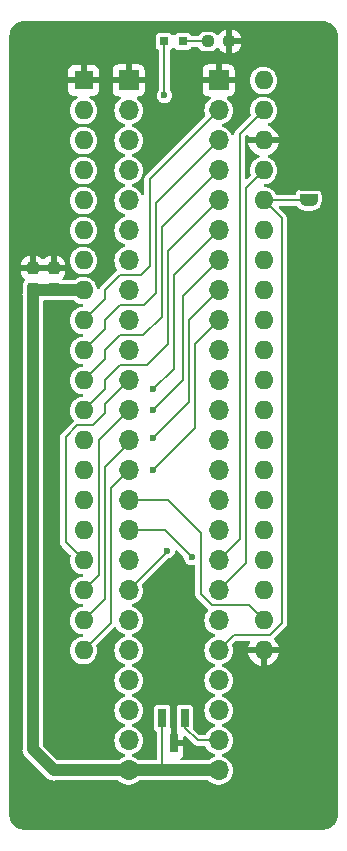
<source format=gbr>
G04 #@! TF.GenerationSoftware,KiCad,Pcbnew,7.0.11+dfsg-1build4*
G04 #@! TF.CreationDate,2024-11-01T17:38:31+09:00*
G04 #@! TF.ProjectId,bionic-mc6802,62696f6e-6963-42d6-9d63-363830322e6b,5*
G04 #@! TF.SameCoordinates,Original*
G04 #@! TF.FileFunction,Copper,L1,Top*
G04 #@! TF.FilePolarity,Positive*
%FSLAX46Y46*%
G04 Gerber Fmt 4.6, Leading zero omitted, Abs format (unit mm)*
G04 Created by KiCad (PCBNEW 7.0.11+dfsg-1build4) date 2024-11-01 17:38:31*
%MOMM*%
%LPD*%
G01*
G04 APERTURE LIST*
G04 Aperture macros list*
%AMRoundRect*
0 Rectangle with rounded corners*
0 $1 Rounding radius*
0 $2 $3 $4 $5 $6 $7 $8 $9 X,Y pos of 4 corners*
0 Add a 4 corners polygon primitive as box body*
4,1,4,$2,$3,$4,$5,$6,$7,$8,$9,$2,$3,0*
0 Add four circle primitives for the rounded corners*
1,1,$1+$1,$2,$3*
1,1,$1+$1,$4,$5*
1,1,$1+$1,$6,$7*
1,1,$1+$1,$8,$9*
0 Add four rect primitives between the rounded corners*
20,1,$1+$1,$2,$3,$4,$5,0*
20,1,$1+$1,$4,$5,$6,$7,0*
20,1,$1+$1,$6,$7,$8,$9,0*
20,1,$1+$1,$8,$9,$2,$3,0*%
%AMFreePoly0*
4,1,19,0.500000,-0.750000,0.000000,-0.750000,0.000000,-0.744911,-0.071157,-0.744911,-0.207708,-0.704816,-0.327430,-0.627875,-0.420627,-0.520320,-0.479746,-0.390866,-0.500000,-0.250000,-0.500000,0.250000,-0.479746,0.390866,-0.420627,0.520320,-0.327430,0.627875,-0.207708,0.704816,-0.071157,0.744911,0.000000,0.744911,0.000000,0.750000,0.500000,0.750000,0.500000,-0.750000,0.500000,-0.750000,
$1*%
%AMFreePoly1*
4,1,19,0.000000,0.744911,0.071157,0.744911,0.207708,0.704816,0.327430,0.627875,0.420627,0.520320,0.479746,0.390866,0.500000,0.250000,0.500000,-0.250000,0.479746,-0.390866,0.420627,-0.520320,0.327430,-0.627875,0.207708,-0.704816,0.071157,-0.744911,0.000000,-0.744911,0.000000,-0.750000,-0.500000,-0.750000,-0.500000,0.750000,0.000000,0.750000,0.000000,0.744911,0.000000,0.744911,
$1*%
G04 Aperture macros list end*
G04 #@! TA.AperFunction,ComponentPad*
%ADD10R,1.600000X1.600000*%
G04 #@! TD*
G04 #@! TA.AperFunction,ComponentPad*
%ADD11O,1.600000X1.600000*%
G04 #@! TD*
G04 #@! TA.AperFunction,SMDPad,CuDef*
%ADD12RoundRect,0.237500X0.237500X-0.300000X0.237500X0.300000X-0.237500X0.300000X-0.237500X-0.300000X0*%
G04 #@! TD*
G04 #@! TA.AperFunction,SMDPad,CuDef*
%ADD13R,0.660400X1.625600*%
G04 #@! TD*
G04 #@! TA.AperFunction,SMDPad,CuDef*
%ADD14RoundRect,0.237500X-0.250000X-0.237500X0.250000X-0.237500X0.250000X0.237500X-0.250000X0.237500X0*%
G04 #@! TD*
G04 #@! TA.AperFunction,SMDPad,CuDef*
%ADD15FreePoly0,90.000000*%
G04 #@! TD*
G04 #@! TA.AperFunction,SMDPad,CuDef*
%ADD16FreePoly1,90.000000*%
G04 #@! TD*
G04 #@! TA.AperFunction,SMDPad,CuDef*
%ADD17R,0.762000X0.711200*%
G04 #@! TD*
G04 #@! TA.AperFunction,ComponentPad*
%ADD18O,1.700000X1.700000*%
G04 #@! TD*
G04 #@! TA.AperFunction,ComponentPad*
%ADD19R,1.700000X1.700000*%
G04 #@! TD*
G04 #@! TA.AperFunction,ViaPad*
%ADD20C,0.600000*%
G04 #@! TD*
G04 #@! TA.AperFunction,Conductor*
%ADD21C,0.200000*%
G04 #@! TD*
G04 #@! TA.AperFunction,Conductor*
%ADD22C,1.000000*%
G04 #@! TD*
G04 APERTURE END LIST*
D10*
X107350000Y-75080000D03*
D11*
X107350000Y-77620000D03*
X107350000Y-80160000D03*
X107350000Y-82700000D03*
X107350000Y-85240000D03*
X107350000Y-87780000D03*
X107350000Y-90320000D03*
X107350000Y-92860000D03*
X107350000Y-95400000D03*
X107350000Y-97940000D03*
X107350000Y-100480000D03*
X107350000Y-103020000D03*
X107350000Y-105560000D03*
X107350000Y-108100000D03*
X107350000Y-110640000D03*
X107350000Y-113180000D03*
X107350000Y-115720000D03*
X107350000Y-118260000D03*
X107350000Y-120800000D03*
X107350000Y-123340000D03*
X122590000Y-123340000D03*
X122590000Y-120800000D03*
X122590000Y-118260000D03*
X122590000Y-115720000D03*
X122590000Y-113180000D03*
X122590000Y-110640000D03*
X122590000Y-108100000D03*
X122590000Y-105560000D03*
X122590000Y-103020000D03*
X122590000Y-100480000D03*
X122590000Y-97940000D03*
X122590000Y-95400000D03*
X122590000Y-92860000D03*
X122590000Y-90320000D03*
X122590000Y-87780000D03*
X122590000Y-85240000D03*
X122590000Y-82700000D03*
X122590000Y-80160000D03*
X122590000Y-77620000D03*
X122590000Y-75080000D03*
D12*
X104810000Y-92706500D03*
X104810000Y-90981500D03*
X103032000Y-92706500D03*
X103032000Y-90981500D03*
D13*
X115920001Y-129082000D03*
X114019999Y-129082000D03*
X114970000Y-131214000D03*
D14*
X117867500Y-71778000D03*
X119692500Y-71778000D03*
D15*
X126400000Y-85240000D03*
D16*
X126400000Y-83940000D03*
D17*
X115744700Y-71778000D03*
X114195300Y-71778000D03*
D18*
X118780000Y-133500000D03*
X118780000Y-130960000D03*
X118780000Y-128420000D03*
X118780000Y-125880000D03*
X118780000Y-123340000D03*
X118780000Y-120800000D03*
X118780000Y-118260000D03*
X118780000Y-115720000D03*
X118780000Y-113180000D03*
X118780000Y-110640000D03*
X118780000Y-108100000D03*
X118780000Y-105560000D03*
X118780000Y-103020000D03*
X118780000Y-100480000D03*
X118780000Y-97940000D03*
X118780000Y-95400000D03*
X118780000Y-92860000D03*
X118780000Y-90320000D03*
X118780000Y-87780000D03*
X118780000Y-85240000D03*
X118780000Y-82700000D03*
X118780000Y-80160000D03*
X118780000Y-77620000D03*
D19*
X118780000Y-75080000D03*
X111160000Y-75080000D03*
D18*
X111160000Y-77620000D03*
X111160000Y-80160000D03*
X111160000Y-82700000D03*
X111160000Y-85240000D03*
X111160000Y-87780000D03*
X111160000Y-90320000D03*
X111160000Y-92860000D03*
X111160000Y-95400000D03*
X111160000Y-97940000D03*
X111160000Y-100480000D03*
X111160000Y-103020000D03*
X111160000Y-105560000D03*
X111160000Y-108100000D03*
X111160000Y-110640000D03*
X111160000Y-113180000D03*
X111160000Y-115720000D03*
X111160000Y-118260000D03*
X111160000Y-120800000D03*
X111160000Y-123340000D03*
X111160000Y-125880000D03*
X111160000Y-128420000D03*
X111160000Y-130960000D03*
X111160000Y-133500000D03*
D20*
X103032000Y-93876000D03*
X114195300Y-76350000D03*
X114970000Y-118260000D03*
X125384000Y-80160000D03*
X102270000Y-72540000D03*
X107350000Y-128420000D03*
X114970000Y-123340000D03*
X116240000Y-131722000D03*
X113203150Y-105317150D03*
X113192000Y-108100000D03*
X113192000Y-103020000D03*
X113192000Y-101242000D03*
X116494000Y-115466000D03*
X114416000Y-114912000D03*
D21*
X115920001Y-129082000D02*
X115920001Y-129878001D01*
X115920001Y-129878001D02*
X117002000Y-130960000D01*
X117002000Y-130960000D02*
X118780000Y-130960000D01*
D22*
X114970000Y-133500000D02*
X113954000Y-133500000D01*
X113954000Y-133500000D02*
X111160000Y-133500000D01*
D21*
X114019999Y-129082000D02*
X114019999Y-133434001D01*
X114019999Y-133434001D02*
X113954000Y-133500000D01*
X114195300Y-76350000D02*
X114195300Y-71778000D01*
D22*
X103286000Y-92860000D02*
X104827000Y-92860000D01*
X103032000Y-131722000D02*
X104810000Y-133500000D01*
X103032000Y-93114000D02*
X103032000Y-93876000D01*
D21*
X103032000Y-93114000D02*
X103032000Y-92706500D01*
X104810000Y-92843000D02*
X104810000Y-92706500D01*
D22*
X118780000Y-133500000D02*
X114970000Y-133500000D01*
X104827000Y-92860000D02*
X107350000Y-92860000D01*
X103032000Y-93876000D02*
X103032000Y-131722000D01*
D21*
X104827000Y-92860000D02*
X104810000Y-92843000D01*
D22*
X111160000Y-133500000D02*
X104810000Y-133500000D01*
X103032000Y-93114000D02*
X103286000Y-92860000D01*
D21*
X122590000Y-80160000D02*
X125384000Y-80160000D01*
X113203150Y-105317150D02*
X116240000Y-102280300D01*
X116240000Y-95400000D02*
X118780000Y-92860000D01*
X116240000Y-102280300D02*
X116240000Y-95400000D01*
X116748000Y-104544000D02*
X116748000Y-97432000D01*
X113192000Y-108100000D02*
X116748000Y-104544000D01*
X116748000Y-97432000D02*
X118780000Y-95400000D01*
X118780000Y-118260000D02*
X121066000Y-115974000D01*
X121066000Y-84224000D02*
X122590000Y-82700000D01*
X121066000Y-115974000D02*
X121066000Y-84224000D01*
X118780000Y-115720000D02*
X120558000Y-113942000D01*
X120558000Y-79652000D02*
X122590000Y-77620000D01*
X120558000Y-113942000D02*
X120558000Y-79652000D01*
X113192000Y-103020000D02*
X115732000Y-100480000D01*
X115732000Y-93368000D02*
X118780000Y-90320000D01*
X115732000Y-100480000D02*
X115732000Y-93368000D01*
X114970000Y-91590000D02*
X118780000Y-87780000D01*
X114970000Y-99519950D02*
X114970000Y-91590000D01*
X113247950Y-101242000D02*
X114970000Y-99519950D01*
X113192000Y-101242000D02*
X113247950Y-101242000D01*
X109128000Y-100480000D02*
X109128000Y-101242000D01*
X114462000Y-89558000D02*
X114462000Y-97432000D01*
X118780000Y-85240000D02*
X114462000Y-89558000D01*
X114462000Y-97432000D02*
X112684000Y-99210000D01*
X109128000Y-101242000D02*
X107350000Y-103020000D01*
X112684000Y-99210000D02*
X110398000Y-99210000D01*
X110398000Y-99210000D02*
X109128000Y-100480000D01*
X112354173Y-96670000D02*
X110398000Y-96670000D01*
X109128000Y-97940000D02*
X109128000Y-98702000D01*
X118780000Y-82700000D02*
X113954000Y-87526000D01*
X110398000Y-96670000D02*
X109128000Y-97940000D01*
X113954000Y-95070173D02*
X112354173Y-96670000D01*
X113954000Y-87526000D02*
X113954000Y-95070173D01*
X109128000Y-98702000D02*
X107350000Y-100480000D01*
X118780000Y-80160000D02*
X113446000Y-85494000D01*
X109128000Y-96162000D02*
X107350000Y-97940000D01*
X113446000Y-85494000D02*
X113446000Y-93114000D01*
X112430000Y-94130000D02*
X110398000Y-94130000D01*
X110398000Y-94130000D02*
X109128000Y-95400000D01*
X109128000Y-95400000D02*
X109128000Y-96162000D01*
X113446000Y-93114000D02*
X112430000Y-94130000D01*
X118780000Y-77620000D02*
X112938000Y-83462000D01*
X109128000Y-92860000D02*
X109128000Y-93622000D01*
X110398000Y-91590000D02*
X109128000Y-92860000D01*
X112938000Y-90828000D02*
X112176000Y-91590000D01*
X109128000Y-93622000D02*
X107350000Y-95400000D01*
X112176000Y-91590000D02*
X110398000Y-91590000D01*
X112938000Y-83462000D02*
X112938000Y-90828000D01*
X114462000Y-110640000D02*
X117256000Y-113434000D01*
X118218850Y-119530000D02*
X121320000Y-119530000D01*
X117256000Y-113434000D02*
X117256000Y-118567150D01*
X111160000Y-110640000D02*
X114462000Y-110640000D01*
X117256000Y-118567150D02*
X118218850Y-119530000D01*
X121320000Y-119530000D02*
X122590000Y-120800000D01*
X116494000Y-115466000D02*
X114208000Y-113180000D01*
X114208000Y-113180000D02*
X111160000Y-113180000D01*
X117867500Y-71778000D02*
X115744700Y-71778000D01*
X111160000Y-108100000D02*
X109636000Y-109624000D01*
X109636000Y-121054000D02*
X107350000Y-123340000D01*
X109636000Y-109624000D02*
X109636000Y-121054000D01*
X111160000Y-105560000D02*
X111160000Y-105814000D01*
X109128000Y-119022000D02*
X107350000Y-120800000D01*
X109128000Y-107846000D02*
X109128000Y-119022000D01*
X111160000Y-105814000D02*
X109128000Y-107846000D01*
X108620000Y-105560000D02*
X108620000Y-116990000D01*
X108620000Y-116990000D02*
X107350000Y-118260000D01*
X111160000Y-103020000D02*
X108620000Y-105560000D01*
X109128000Y-103274000D02*
X108112000Y-104290000D01*
X105826000Y-114196000D02*
X107350000Y-115720000D01*
X106812150Y-104290000D02*
X105826000Y-105276150D01*
X105826000Y-105276150D02*
X105826000Y-114196000D01*
X111160000Y-100480000D02*
X109128000Y-102512000D01*
X108112000Y-104290000D02*
X106812150Y-104290000D01*
X109128000Y-102512000D02*
X109128000Y-103274000D01*
X114416000Y-114912000D02*
X114416000Y-115004000D01*
X114416000Y-115004000D02*
X111160000Y-118260000D01*
X124114000Y-121054000D02*
X123098000Y-122070000D01*
X122590000Y-85240000D02*
X124114000Y-86764000D01*
X122590000Y-85240000D02*
X126400000Y-85240000D01*
X124114000Y-86764000D02*
X124114000Y-121054000D01*
X123098000Y-122070000D02*
X120050000Y-122070000D01*
X120050000Y-122070000D02*
X118780000Y-123340000D01*
G04 #@! TA.AperFunction,Conductor*
G36*
X106594210Y-93730185D02*
G01*
X106610709Y-93742863D01*
X106647520Y-93776420D01*
X106653698Y-93782052D01*
X106834981Y-93894298D01*
X107033802Y-93971321D01*
X107230613Y-94008111D01*
X107292893Y-94039779D01*
X107328166Y-94100092D01*
X107325232Y-94169900D01*
X107285023Y-94227040D01*
X107230613Y-94251888D01*
X107033802Y-94288679D01*
X107033799Y-94288679D01*
X107033799Y-94288680D01*
X106834982Y-94365701D01*
X106834980Y-94365702D01*
X106653699Y-94477947D01*
X106496127Y-94621593D01*
X106367632Y-94791746D01*
X106272596Y-94982605D01*
X106272596Y-94982607D01*
X106214244Y-95187689D01*
X106194571Y-95399999D01*
X106194571Y-95400000D01*
X106214244Y-95612310D01*
X106272596Y-95817392D01*
X106272596Y-95817394D01*
X106367632Y-96008253D01*
X106490112Y-96170441D01*
X106496128Y-96178407D01*
X106653698Y-96322052D01*
X106834981Y-96434298D01*
X107033802Y-96511321D01*
X107230613Y-96548111D01*
X107292893Y-96579779D01*
X107328166Y-96640092D01*
X107325232Y-96709900D01*
X107285023Y-96767040D01*
X107230613Y-96791888D01*
X107033802Y-96828679D01*
X107033799Y-96828679D01*
X107033799Y-96828680D01*
X106834982Y-96905701D01*
X106834980Y-96905702D01*
X106653699Y-97017947D01*
X106496127Y-97161593D01*
X106367632Y-97331746D01*
X106272596Y-97522605D01*
X106272596Y-97522607D01*
X106214244Y-97727689D01*
X106194571Y-97939999D01*
X106194571Y-97940000D01*
X106214244Y-98152310D01*
X106272596Y-98357392D01*
X106272596Y-98357394D01*
X106367632Y-98548253D01*
X106490112Y-98710441D01*
X106496128Y-98718407D01*
X106653698Y-98862052D01*
X106834981Y-98974298D01*
X107033802Y-99051321D01*
X107230613Y-99088111D01*
X107292893Y-99119779D01*
X107328166Y-99180092D01*
X107325232Y-99249900D01*
X107285023Y-99307040D01*
X107230613Y-99331888D01*
X107033802Y-99368679D01*
X107033799Y-99368679D01*
X107033799Y-99368680D01*
X106834982Y-99445701D01*
X106834980Y-99445702D01*
X106653699Y-99557947D01*
X106496127Y-99701593D01*
X106367632Y-99871746D01*
X106272596Y-100062605D01*
X106272596Y-100062607D01*
X106214244Y-100267689D01*
X106194571Y-100479999D01*
X106194571Y-100480000D01*
X106214244Y-100692310D01*
X106272596Y-100897392D01*
X106272596Y-100897394D01*
X106367632Y-101088253D01*
X106490112Y-101250441D01*
X106496128Y-101258407D01*
X106653698Y-101402052D01*
X106834981Y-101514298D01*
X107033802Y-101591321D01*
X107230613Y-101628111D01*
X107292893Y-101659779D01*
X107328166Y-101720092D01*
X107325232Y-101789900D01*
X107285023Y-101847040D01*
X107230613Y-101871888D01*
X107033802Y-101908679D01*
X107033799Y-101908679D01*
X107033799Y-101908680D01*
X106834982Y-101985701D01*
X106834980Y-101985702D01*
X106653699Y-102097947D01*
X106496127Y-102241593D01*
X106367632Y-102411746D01*
X106272596Y-102602605D01*
X106272596Y-102602607D01*
X106215652Y-102802743D01*
X106214244Y-102807690D01*
X106194571Y-103020000D01*
X106214244Y-103232310D01*
X106228503Y-103282426D01*
X106272596Y-103437392D01*
X106272596Y-103437394D01*
X106367632Y-103628253D01*
X106399536Y-103670500D01*
X106496124Y-103798402D01*
X106496130Y-103798409D01*
X106497412Y-103799816D01*
X106497812Y-103800637D01*
X106499583Y-103802982D01*
X106499124Y-103803328D01*
X106528027Y-103862621D01*
X106519827Y-103932008D01*
X106490116Y-103974247D01*
X106455954Y-104005945D01*
X106450163Y-104013208D01*
X106449512Y-104012688D01*
X106440117Y-104024928D01*
X105530263Y-104934782D01*
X105519898Y-104944045D01*
X105492033Y-104966267D01*
X105492030Y-104966271D01*
X105459823Y-105013507D01*
X105457144Y-105017282D01*
X105423206Y-105063268D01*
X105419216Y-105070817D01*
X105415528Y-105078475D01*
X105398673Y-105133117D01*
X105397225Y-105137518D01*
X105378353Y-105191454D01*
X105376771Y-105199809D01*
X105375500Y-105208250D01*
X105375500Y-105265410D01*
X105375413Y-105270047D01*
X105373275Y-105327159D01*
X105374316Y-105336393D01*
X105373485Y-105336486D01*
X105375500Y-105351785D01*
X105375500Y-114163738D01*
X105374720Y-114177623D01*
X105370729Y-114213036D01*
X105381355Y-114269196D01*
X105382132Y-114273765D01*
X105390652Y-114330291D01*
X105393162Y-114338427D01*
X105395976Y-114346470D01*
X105395976Y-114346471D01*
X105395977Y-114346472D01*
X105413961Y-114380500D01*
X105422688Y-114397011D01*
X105424776Y-114401149D01*
X105449574Y-114452641D01*
X105454362Y-114459665D01*
X105459431Y-114466532D01*
X105459434Y-114466538D01*
X105459438Y-114466542D01*
X105499847Y-114506951D01*
X105503064Y-114510290D01*
X105541947Y-114552196D01*
X105549210Y-114557988D01*
X105548689Y-114558641D01*
X105560930Y-114568034D01*
X106226142Y-115233246D01*
X106259627Y-115294569D01*
X106257727Y-115354861D01*
X106214244Y-115507687D01*
X106203576Y-115622818D01*
X106194571Y-115720000D01*
X106214244Y-115932310D01*
X106266651Y-116116500D01*
X106272596Y-116137392D01*
X106272596Y-116137394D01*
X106367632Y-116328253D01*
X106492930Y-116494172D01*
X106496128Y-116498407D01*
X106653698Y-116642052D01*
X106834981Y-116754298D01*
X107033802Y-116831321D01*
X107230613Y-116868111D01*
X107292893Y-116899779D01*
X107328166Y-116960092D01*
X107325232Y-117029900D01*
X107285023Y-117087040D01*
X107230613Y-117111888D01*
X107033802Y-117148679D01*
X107033799Y-117148679D01*
X107033799Y-117148680D01*
X106834982Y-117225701D01*
X106834980Y-117225702D01*
X106653699Y-117337947D01*
X106496127Y-117481593D01*
X106367632Y-117651746D01*
X106272596Y-117842605D01*
X106272596Y-117842607D01*
X106214244Y-118047689D01*
X106194571Y-118259999D01*
X106194571Y-118260000D01*
X106214244Y-118472310D01*
X106272596Y-118677392D01*
X106272596Y-118677394D01*
X106367632Y-118868253D01*
X106492930Y-119034172D01*
X106496128Y-119038407D01*
X106653698Y-119182052D01*
X106834981Y-119294298D01*
X107033802Y-119371321D01*
X107230613Y-119408111D01*
X107292893Y-119439779D01*
X107328166Y-119500092D01*
X107325232Y-119569900D01*
X107285023Y-119627040D01*
X107230613Y-119651888D01*
X107033802Y-119688679D01*
X107033799Y-119688679D01*
X107033799Y-119688680D01*
X106834982Y-119765701D01*
X106834980Y-119765702D01*
X106653699Y-119877947D01*
X106496127Y-120021593D01*
X106367632Y-120191746D01*
X106272596Y-120382605D01*
X106272596Y-120382607D01*
X106216870Y-120578462D01*
X106214244Y-120587690D01*
X106194571Y-120800000D01*
X106214244Y-121012310D01*
X106228503Y-121062426D01*
X106272596Y-121217392D01*
X106272596Y-121217394D01*
X106367632Y-121408253D01*
X106496127Y-121578406D01*
X106496128Y-121578407D01*
X106653698Y-121722052D01*
X106834981Y-121834298D01*
X107033802Y-121911321D01*
X107230613Y-121948111D01*
X107292893Y-121979779D01*
X107328166Y-122040092D01*
X107325232Y-122109900D01*
X107285023Y-122167040D01*
X107230613Y-122191888D01*
X107033802Y-122228679D01*
X107033799Y-122228679D01*
X107033799Y-122228680D01*
X106834982Y-122305701D01*
X106834980Y-122305702D01*
X106653699Y-122417947D01*
X106496127Y-122561593D01*
X106367632Y-122731746D01*
X106272596Y-122922605D01*
X106272596Y-122922607D01*
X106214244Y-123127689D01*
X106194571Y-123339999D01*
X106194571Y-123340000D01*
X106214244Y-123552310D01*
X106272596Y-123757392D01*
X106272596Y-123757394D01*
X106367632Y-123948253D01*
X106401033Y-123992482D01*
X106496128Y-124118407D01*
X106653698Y-124262052D01*
X106834981Y-124374298D01*
X107033802Y-124451321D01*
X107243390Y-124490500D01*
X107243392Y-124490500D01*
X107456608Y-124490500D01*
X107456610Y-124490500D01*
X107666198Y-124451321D01*
X107865019Y-124374298D01*
X108046302Y-124262052D01*
X108203872Y-124118407D01*
X108332366Y-123948255D01*
X108332367Y-123948253D01*
X108427403Y-123757394D01*
X108427403Y-123757393D01*
X108427405Y-123757389D01*
X108485756Y-123552310D01*
X108505429Y-123340000D01*
X108485756Y-123127690D01*
X108442271Y-122974858D01*
X108442857Y-122904995D01*
X108473854Y-122853248D01*
X109931744Y-121395357D01*
X109942084Y-121386116D01*
X109942886Y-121385476D01*
X110007569Y-121359073D01*
X110076264Y-121371831D01*
X110127156Y-121419704D01*
X110131191Y-121427157D01*
X110134938Y-121434683D01*
X110134943Y-121434691D01*
X110269020Y-121612238D01*
X110433437Y-121762123D01*
X110433439Y-121762125D01*
X110622595Y-121879245D01*
X110622596Y-121879245D01*
X110622599Y-121879247D01*
X110816524Y-121954374D01*
X110871924Y-121996946D01*
X110895515Y-122062713D01*
X110879804Y-122130793D01*
X110829780Y-122179572D01*
X110816533Y-122185622D01*
X110705389Y-122228680D01*
X110622601Y-122260752D01*
X110622595Y-122260754D01*
X110433439Y-122377874D01*
X110433437Y-122377876D01*
X110269020Y-122527761D01*
X110134943Y-122705308D01*
X110134938Y-122705316D01*
X110035775Y-122904461D01*
X110035769Y-122904476D01*
X109974885Y-123118462D01*
X109974884Y-123118464D01*
X109954357Y-123339999D01*
X109954357Y-123340000D01*
X109974884Y-123561535D01*
X109974885Y-123561537D01*
X110035769Y-123775523D01*
X110035775Y-123775538D01*
X110134938Y-123974683D01*
X110134943Y-123974691D01*
X110269020Y-124152238D01*
X110433437Y-124302123D01*
X110433439Y-124302125D01*
X110622595Y-124419245D01*
X110622596Y-124419245D01*
X110622599Y-124419247D01*
X110816524Y-124494374D01*
X110871924Y-124536946D01*
X110895515Y-124602713D01*
X110879804Y-124670793D01*
X110829780Y-124719572D01*
X110816533Y-124725622D01*
X110668488Y-124782975D01*
X110622601Y-124800752D01*
X110622595Y-124800754D01*
X110433439Y-124917874D01*
X110433437Y-124917876D01*
X110269020Y-125067761D01*
X110134943Y-125245308D01*
X110134938Y-125245316D01*
X110035775Y-125444461D01*
X110035769Y-125444476D01*
X109974885Y-125658462D01*
X109974884Y-125658464D01*
X109954357Y-125879999D01*
X109954357Y-125880000D01*
X109974884Y-126101535D01*
X109974885Y-126101537D01*
X110035769Y-126315523D01*
X110035775Y-126315538D01*
X110134938Y-126514683D01*
X110134943Y-126514691D01*
X110269020Y-126692238D01*
X110433437Y-126842123D01*
X110433439Y-126842125D01*
X110622595Y-126959245D01*
X110622596Y-126959245D01*
X110622599Y-126959247D01*
X110816524Y-127034374D01*
X110871924Y-127076946D01*
X110895515Y-127142713D01*
X110879804Y-127210793D01*
X110829780Y-127259572D01*
X110816533Y-127265622D01*
X110668488Y-127322975D01*
X110622601Y-127340752D01*
X110622595Y-127340754D01*
X110433439Y-127457874D01*
X110433437Y-127457876D01*
X110269020Y-127607761D01*
X110134943Y-127785308D01*
X110134938Y-127785316D01*
X110035775Y-127984461D01*
X110035769Y-127984476D01*
X109974885Y-128198462D01*
X109974884Y-128198464D01*
X109954357Y-128419999D01*
X109954357Y-128420000D01*
X109974884Y-128641535D01*
X109974885Y-128641537D01*
X110035769Y-128855523D01*
X110035775Y-128855538D01*
X110134938Y-129054683D01*
X110134943Y-129054691D01*
X110269020Y-129232238D01*
X110433437Y-129382123D01*
X110433439Y-129382125D01*
X110622595Y-129499245D01*
X110622596Y-129499245D01*
X110622599Y-129499247D01*
X110816524Y-129574374D01*
X110871924Y-129616946D01*
X110895515Y-129682713D01*
X110879804Y-129750793D01*
X110829780Y-129799572D01*
X110816533Y-129805622D01*
X110668488Y-129862975D01*
X110622601Y-129880752D01*
X110622595Y-129880754D01*
X110433439Y-129997874D01*
X110433437Y-129997876D01*
X110269020Y-130147761D01*
X110134943Y-130325308D01*
X110134938Y-130325316D01*
X110035775Y-130524461D01*
X110035769Y-130524476D01*
X109974885Y-130738462D01*
X109974884Y-130738464D01*
X109954357Y-130959999D01*
X109954357Y-130960000D01*
X109974884Y-131181535D01*
X109974885Y-131181537D01*
X110035769Y-131395523D01*
X110035775Y-131395538D01*
X110134938Y-131594683D01*
X110134943Y-131594691D01*
X110269020Y-131772238D01*
X110433437Y-131922123D01*
X110433439Y-131922125D01*
X110622595Y-132039245D01*
X110622596Y-132039245D01*
X110622599Y-132039247D01*
X110816524Y-132114374D01*
X110871924Y-132156946D01*
X110895515Y-132222713D01*
X110879804Y-132290793D01*
X110829780Y-132339572D01*
X110816533Y-132345622D01*
X110704803Y-132388907D01*
X110622601Y-132420752D01*
X110622595Y-132420754D01*
X110433439Y-132537874D01*
X110433437Y-132537876D01*
X110346492Y-132617137D01*
X110283688Y-132647754D01*
X110262954Y-132649500D01*
X105213651Y-132649500D01*
X105146612Y-132629815D01*
X105125970Y-132613181D01*
X103918819Y-131406030D01*
X103885334Y-131344707D01*
X103882500Y-131318349D01*
X103882500Y-93834500D01*
X103902185Y-93767461D01*
X103954989Y-93721706D01*
X104006500Y-93710500D01*
X104734503Y-93710500D01*
X106527171Y-93710500D01*
X106594210Y-93730185D01*
G37*
G04 #@! TD.AperFunction*
G04 #@! TA.AperFunction,Conductor*
G36*
X115276435Y-114885538D02*
G01*
X115573491Y-115182595D01*
X115805952Y-115415056D01*
X115839437Y-115476379D01*
X115841367Y-115487790D01*
X115850439Y-115562500D01*
X115857763Y-115622818D01*
X115913780Y-115770523D01*
X116003517Y-115900530D01*
X116121760Y-116005283D01*
X116121762Y-116005284D01*
X116261634Y-116078696D01*
X116415014Y-116116500D01*
X116415015Y-116116500D01*
X116572985Y-116116500D01*
X116651825Y-116097068D01*
X116721628Y-116100137D01*
X116778690Y-116140457D01*
X116804895Y-116205227D01*
X116805500Y-116217465D01*
X116805500Y-118534888D01*
X116804720Y-118548773D01*
X116800729Y-118584186D01*
X116811355Y-118640346D01*
X116812132Y-118644915D01*
X116820652Y-118701441D01*
X116823162Y-118709577D01*
X116825976Y-118717620D01*
X116852688Y-118768161D01*
X116854776Y-118772299D01*
X116879574Y-118823791D01*
X116884362Y-118830815D01*
X116889431Y-118837682D01*
X116889434Y-118837688D01*
X116889438Y-118837692D01*
X116929846Y-118878100D01*
X116933063Y-118881439D01*
X116971947Y-118923346D01*
X116979210Y-118929138D01*
X116978689Y-118929791D01*
X116990930Y-118939184D01*
X117877469Y-119825722D01*
X117910954Y-119887045D01*
X117905970Y-119956736D01*
X117888742Y-119988129D01*
X117754947Y-120165302D01*
X117754938Y-120165316D01*
X117655775Y-120364461D01*
X117655769Y-120364476D01*
X117594885Y-120578462D01*
X117594884Y-120578464D01*
X117574357Y-120799999D01*
X117574357Y-120800000D01*
X117594884Y-121021535D01*
X117594885Y-121021537D01*
X117655769Y-121235523D01*
X117655775Y-121235538D01*
X117754938Y-121434683D01*
X117754943Y-121434691D01*
X117889020Y-121612238D01*
X118053437Y-121762123D01*
X118053439Y-121762125D01*
X118242595Y-121879245D01*
X118242596Y-121879245D01*
X118242599Y-121879247D01*
X118436524Y-121954374D01*
X118491924Y-121996946D01*
X118515515Y-122062713D01*
X118499804Y-122130793D01*
X118449780Y-122179572D01*
X118436533Y-122185622D01*
X118325389Y-122228680D01*
X118242601Y-122260752D01*
X118242595Y-122260754D01*
X118053439Y-122377874D01*
X118053437Y-122377876D01*
X117889020Y-122527761D01*
X117754943Y-122705308D01*
X117754938Y-122705316D01*
X117655775Y-122904461D01*
X117655769Y-122904476D01*
X117594885Y-123118462D01*
X117594884Y-123118464D01*
X117574357Y-123339999D01*
X117574357Y-123340000D01*
X117594884Y-123561535D01*
X117594885Y-123561537D01*
X117655769Y-123775523D01*
X117655775Y-123775538D01*
X117754938Y-123974683D01*
X117754943Y-123974691D01*
X117889020Y-124152238D01*
X118053437Y-124302123D01*
X118053439Y-124302125D01*
X118242595Y-124419245D01*
X118242596Y-124419245D01*
X118242599Y-124419247D01*
X118436524Y-124494374D01*
X118491924Y-124536946D01*
X118515515Y-124602713D01*
X118499804Y-124670793D01*
X118449780Y-124719572D01*
X118436533Y-124725622D01*
X118288488Y-124782975D01*
X118242601Y-124800752D01*
X118242595Y-124800754D01*
X118053439Y-124917874D01*
X118053437Y-124917876D01*
X117889020Y-125067761D01*
X117754943Y-125245308D01*
X117754938Y-125245316D01*
X117655775Y-125444461D01*
X117655769Y-125444476D01*
X117594885Y-125658462D01*
X117594884Y-125658464D01*
X117574357Y-125879999D01*
X117574357Y-125880000D01*
X117594884Y-126101535D01*
X117594885Y-126101537D01*
X117655769Y-126315523D01*
X117655775Y-126315538D01*
X117754938Y-126514683D01*
X117754943Y-126514691D01*
X117889020Y-126692238D01*
X118053437Y-126842123D01*
X118053439Y-126842125D01*
X118242595Y-126959245D01*
X118242596Y-126959245D01*
X118242599Y-126959247D01*
X118436524Y-127034374D01*
X118491924Y-127076946D01*
X118515515Y-127142713D01*
X118499804Y-127210793D01*
X118449780Y-127259572D01*
X118436533Y-127265622D01*
X118288488Y-127322975D01*
X118242601Y-127340752D01*
X118242595Y-127340754D01*
X118053439Y-127457874D01*
X118053437Y-127457876D01*
X117889020Y-127607761D01*
X117754943Y-127785308D01*
X117754938Y-127785316D01*
X117655775Y-127984461D01*
X117655769Y-127984476D01*
X117594885Y-128198462D01*
X117594884Y-128198464D01*
X117574357Y-128419999D01*
X117574357Y-128420000D01*
X117594884Y-128641535D01*
X117594885Y-128641537D01*
X117655769Y-128855523D01*
X117655775Y-128855538D01*
X117754938Y-129054683D01*
X117754943Y-129054691D01*
X117889020Y-129232238D01*
X118053437Y-129382123D01*
X118053439Y-129382125D01*
X118242595Y-129499245D01*
X118242596Y-129499245D01*
X118242599Y-129499247D01*
X118436524Y-129574374D01*
X118491924Y-129616946D01*
X118515515Y-129682713D01*
X118499804Y-129750793D01*
X118449780Y-129799572D01*
X118436533Y-129805622D01*
X118288488Y-129862975D01*
X118242601Y-129880752D01*
X118242595Y-129880754D01*
X118053439Y-129997874D01*
X118053437Y-129997876D01*
X117889020Y-130147761D01*
X117754943Y-130325308D01*
X117754936Y-130325320D01*
X117697449Y-130440771D01*
X117649946Y-130492009D01*
X117586449Y-130509500D01*
X117239965Y-130509500D01*
X117172926Y-130489815D01*
X117152284Y-130473181D01*
X116637020Y-129957917D01*
X116603535Y-129896594D01*
X116600701Y-129870236D01*
X116600701Y-128235939D01*
X116590774Y-128167808D01*
X116590774Y-128167807D01*
X116539399Y-128062717D01*
X116539397Y-128062715D01*
X116539397Y-128062714D01*
X116456686Y-127980003D01*
X116351592Y-127928626D01*
X116283462Y-127918700D01*
X116283461Y-127918700D01*
X115556541Y-127918700D01*
X115556540Y-127918700D01*
X115488409Y-127928626D01*
X115383315Y-127980003D01*
X115300604Y-128062714D01*
X115249227Y-128167808D01*
X115239301Y-128235939D01*
X115239301Y-129830537D01*
X115220000Y-129896268D01*
X115220000Y-130964000D01*
X115800200Y-130964000D01*
X115800200Y-130694665D01*
X115819885Y-130627626D01*
X115872689Y-130581871D01*
X115941847Y-130571927D01*
X116005403Y-130600952D01*
X116011871Y-130606975D01*
X116364896Y-130959999D01*
X116660630Y-131255733D01*
X116669895Y-131266100D01*
X116692121Y-131293970D01*
X116692123Y-131293972D01*
X116739363Y-131326180D01*
X116743145Y-131328863D01*
X116789118Y-131362793D01*
X116796654Y-131366776D01*
X116804319Y-131370467D01*
X116804327Y-131370472D01*
X116829188Y-131378140D01*
X116858980Y-131387330D01*
X116863371Y-131388774D01*
X116917301Y-131407646D01*
X116917305Y-131407646D01*
X116925698Y-131409234D01*
X116934095Y-131410500D01*
X116934098Y-131410500D01*
X116991245Y-131410500D01*
X116995883Y-131410587D01*
X117053009Y-131412725D01*
X117053009Y-131412724D01*
X117053010Y-131412725D01*
X117053010Y-131412724D01*
X117062242Y-131411685D01*
X117062335Y-131412513D01*
X117077639Y-131410500D01*
X117586449Y-131410500D01*
X117653488Y-131430185D01*
X117697449Y-131479229D01*
X117754936Y-131594679D01*
X117754943Y-131594691D01*
X117889020Y-131772238D01*
X118053437Y-131922123D01*
X118053439Y-131922125D01*
X118242595Y-132039245D01*
X118242596Y-132039245D01*
X118242599Y-132039247D01*
X118436524Y-132114374D01*
X118491924Y-132156946D01*
X118515515Y-132222713D01*
X118499804Y-132290793D01*
X118449780Y-132339572D01*
X118436533Y-132345622D01*
X118324803Y-132388907D01*
X118242601Y-132420752D01*
X118242595Y-132420754D01*
X118053439Y-132537874D01*
X118053437Y-132537876D01*
X117966492Y-132617137D01*
X117903688Y-132647754D01*
X117882954Y-132649500D01*
X115675269Y-132649500D01*
X115608230Y-132629815D01*
X115562475Y-132577011D01*
X115552531Y-132507853D01*
X115581556Y-132444297D01*
X115600958Y-132426234D01*
X115657387Y-132383990D01*
X115657390Y-132383987D01*
X115743550Y-132268893D01*
X115743554Y-132268886D01*
X115793796Y-132134179D01*
X115793798Y-132134172D01*
X115800199Y-132074644D01*
X115800200Y-132074627D01*
X115800200Y-131464000D01*
X114844000Y-131464000D01*
X114776961Y-131444315D01*
X114731206Y-131391511D01*
X114720000Y-131340000D01*
X114720000Y-129887051D01*
X114703533Y-129856895D01*
X114700699Y-129830537D01*
X114700699Y-128235939D01*
X114690772Y-128167808D01*
X114690772Y-128167807D01*
X114639397Y-128062717D01*
X114639395Y-128062715D01*
X114639395Y-128062714D01*
X114556684Y-127980003D01*
X114451590Y-127928626D01*
X114383460Y-127918700D01*
X114383459Y-127918700D01*
X113656539Y-127918700D01*
X113656538Y-127918700D01*
X113588407Y-127928626D01*
X113483313Y-127980003D01*
X113400602Y-128062714D01*
X113349225Y-128167808D01*
X113339299Y-128235939D01*
X113339299Y-129928060D01*
X113349225Y-129996191D01*
X113349226Y-129996193D01*
X113400601Y-130101283D01*
X113483316Y-130183998D01*
X113499959Y-130192134D01*
X113551541Y-130239260D01*
X113569499Y-130303534D01*
X113569499Y-132525500D01*
X113549814Y-132592539D01*
X113497010Y-132638294D01*
X113445499Y-132649500D01*
X112057046Y-132649500D01*
X111990007Y-132629815D01*
X111973508Y-132617137D01*
X111886562Y-132537876D01*
X111886560Y-132537874D01*
X111697404Y-132420754D01*
X111697395Y-132420750D01*
X111602497Y-132383987D01*
X111503475Y-132345625D01*
X111448075Y-132303054D01*
X111424484Y-132237288D01*
X111440195Y-132169207D01*
X111490219Y-132120428D01*
X111503466Y-132114377D01*
X111697401Y-132039247D01*
X111886562Y-131922124D01*
X112050981Y-131772236D01*
X112185058Y-131594689D01*
X112284229Y-131395528D01*
X112345115Y-131181536D01*
X112365643Y-130960000D01*
X112345115Y-130738464D01*
X112284229Y-130524472D01*
X112276774Y-130509500D01*
X112185061Y-130325316D01*
X112185056Y-130325308D01*
X112050979Y-130147761D01*
X111886562Y-129997876D01*
X111886560Y-129997874D01*
X111697404Y-129880754D01*
X111697395Y-129880750D01*
X111603956Y-129844552D01*
X111503475Y-129805625D01*
X111448075Y-129763054D01*
X111424484Y-129697288D01*
X111440195Y-129629207D01*
X111490219Y-129580428D01*
X111503466Y-129574377D01*
X111697401Y-129499247D01*
X111886562Y-129382124D01*
X112050981Y-129232236D01*
X112185058Y-129054689D01*
X112284229Y-128855528D01*
X112345115Y-128641536D01*
X112365643Y-128420000D01*
X112345115Y-128198464D01*
X112284229Y-127984472D01*
X112282004Y-127980003D01*
X112185061Y-127785316D01*
X112185056Y-127785308D01*
X112050979Y-127607761D01*
X111886562Y-127457876D01*
X111886560Y-127457874D01*
X111697404Y-127340754D01*
X111697395Y-127340750D01*
X111603956Y-127304552D01*
X111503475Y-127265625D01*
X111448075Y-127223054D01*
X111424484Y-127157288D01*
X111440195Y-127089207D01*
X111490219Y-127040428D01*
X111503466Y-127034377D01*
X111697401Y-126959247D01*
X111886562Y-126842124D01*
X112050981Y-126692236D01*
X112185058Y-126514689D01*
X112284229Y-126315528D01*
X112345115Y-126101536D01*
X112365643Y-125880000D01*
X112345115Y-125658464D01*
X112284229Y-125444472D01*
X112284224Y-125444461D01*
X112185061Y-125245316D01*
X112185056Y-125245308D01*
X112050979Y-125067761D01*
X111886562Y-124917876D01*
X111886560Y-124917874D01*
X111697404Y-124800754D01*
X111697395Y-124800750D01*
X111603956Y-124764552D01*
X111503475Y-124725625D01*
X111448075Y-124683054D01*
X111424484Y-124617288D01*
X111440195Y-124549207D01*
X111490219Y-124500428D01*
X111503466Y-124494377D01*
X111697401Y-124419247D01*
X111886562Y-124302124D01*
X112050981Y-124152236D01*
X112185058Y-123974689D01*
X112284229Y-123775528D01*
X112345115Y-123561536D01*
X112365643Y-123340000D01*
X112345115Y-123118464D01*
X112284229Y-122904472D01*
X112284224Y-122904461D01*
X112185061Y-122705316D01*
X112185056Y-122705308D01*
X112050979Y-122527761D01*
X111886562Y-122377876D01*
X111886560Y-122377874D01*
X111697404Y-122260754D01*
X111697395Y-122260750D01*
X111581023Y-122215668D01*
X111503475Y-122185625D01*
X111448075Y-122143054D01*
X111424484Y-122077288D01*
X111440195Y-122009207D01*
X111490219Y-121960428D01*
X111503466Y-121954377D01*
X111697401Y-121879247D01*
X111886562Y-121762124D01*
X112043013Y-121619500D01*
X112050979Y-121612238D01*
X112057139Y-121604082D01*
X112185058Y-121434689D01*
X112284229Y-121235528D01*
X112345115Y-121021536D01*
X112365643Y-120800000D01*
X112345115Y-120578464D01*
X112284229Y-120364472D01*
X112284224Y-120364461D01*
X112185061Y-120165316D01*
X112185056Y-120165308D01*
X112050979Y-119987761D01*
X111886562Y-119837876D01*
X111886560Y-119837874D01*
X111697404Y-119720754D01*
X111697395Y-119720750D01*
X111603956Y-119684552D01*
X111503475Y-119645625D01*
X111448075Y-119603054D01*
X111424484Y-119537288D01*
X111440195Y-119469207D01*
X111490219Y-119420428D01*
X111503466Y-119414377D01*
X111697401Y-119339247D01*
X111886562Y-119222124D01*
X112045222Y-119077486D01*
X112050979Y-119072238D01*
X112057244Y-119063943D01*
X112185058Y-118894689D01*
X112284229Y-118695528D01*
X112345115Y-118481536D01*
X112365643Y-118260000D01*
X112345115Y-118038464D01*
X112334720Y-118001929D01*
X112292742Y-117854390D01*
X112293329Y-117784523D01*
X112324325Y-117732777D01*
X114470037Y-115587066D01*
X114528040Y-115554352D01*
X114648365Y-115524696D01*
X114788240Y-115451283D01*
X114906483Y-115346530D01*
X114996220Y-115216523D01*
X115052237Y-115068818D01*
X115065659Y-114958272D01*
X115093280Y-114894096D01*
X115151214Y-114855039D01*
X115221067Y-114853504D01*
X115276435Y-114885538D01*
G37*
G04 #@! TD.AperFunction*
G04 #@! TA.AperFunction,Conductor*
G36*
X121251814Y-79697802D02*
G01*
X121307747Y-79739674D01*
X121332164Y-79805138D01*
X121328255Y-79846077D01*
X121311127Y-79909998D01*
X121311128Y-79910000D01*
X122274314Y-79910000D01*
X122262359Y-79921955D01*
X122204835Y-80034852D01*
X122185014Y-80160000D01*
X122204835Y-80285148D01*
X122262359Y-80398045D01*
X122274314Y-80410000D01*
X121311128Y-80410000D01*
X121363730Y-80606317D01*
X121363734Y-80606326D01*
X121459865Y-80812482D01*
X121590342Y-80998820D01*
X121751179Y-81159657D01*
X121937517Y-81290134D01*
X122143673Y-81386265D01*
X122143684Y-81386270D01*
X122162748Y-81391378D01*
X122222409Y-81427742D01*
X122252939Y-81490589D01*
X122244645Y-81559965D01*
X122200160Y-81613843D01*
X122175450Y-81626779D01*
X122074991Y-81665697D01*
X122074980Y-81665702D01*
X121893699Y-81777947D01*
X121736127Y-81921593D01*
X121607632Y-82091746D01*
X121512596Y-82282605D01*
X121512596Y-82282607D01*
X121454244Y-82487689D01*
X121434571Y-82699999D01*
X121434571Y-82700000D01*
X121454244Y-82912312D01*
X121497727Y-83065138D01*
X121497141Y-83135005D01*
X121466142Y-83186753D01*
X121220181Y-83432715D01*
X121158858Y-83466200D01*
X121089167Y-83461216D01*
X121033233Y-83419345D01*
X121008816Y-83353880D01*
X121008500Y-83345034D01*
X121008500Y-79889964D01*
X121028185Y-79822925D01*
X121044814Y-79802287D01*
X121120800Y-79726301D01*
X121182122Y-79692818D01*
X121251814Y-79697802D01*
G37*
G04 #@! TD.AperFunction*
G04 #@! TA.AperFunction,Conductor*
G36*
X127674853Y-70075882D02*
G01*
X127704568Y-70078220D01*
X127847136Y-70089440D01*
X127866346Y-70092483D01*
X128029638Y-70131686D01*
X128048130Y-70137694D01*
X128171090Y-70188626D01*
X128203277Y-70201959D01*
X128220614Y-70210793D01*
X128363786Y-70298529D01*
X128379527Y-70309965D01*
X128507217Y-70419022D01*
X128520977Y-70432782D01*
X128630034Y-70560472D01*
X128641470Y-70576213D01*
X128729206Y-70719385D01*
X128738040Y-70736722D01*
X128802302Y-70891862D01*
X128808315Y-70910368D01*
X128847515Y-71073648D01*
X128850559Y-71092866D01*
X128864118Y-71265146D01*
X128864500Y-71274875D01*
X128864500Y-137305124D01*
X128864118Y-137314853D01*
X128850559Y-137487133D01*
X128847515Y-137506351D01*
X128808315Y-137669631D01*
X128802302Y-137688137D01*
X128738040Y-137843277D01*
X128729206Y-137860614D01*
X128641470Y-138003786D01*
X128630034Y-138019527D01*
X128520977Y-138147217D01*
X128507217Y-138160977D01*
X128379527Y-138270034D01*
X128363786Y-138281470D01*
X128220614Y-138369206D01*
X128203277Y-138378040D01*
X128048137Y-138442302D01*
X128029631Y-138448315D01*
X127866351Y-138487515D01*
X127847133Y-138490559D01*
X127674854Y-138504118D01*
X127665125Y-138504500D01*
X102274875Y-138504500D01*
X102265146Y-138504118D01*
X102092866Y-138490559D01*
X102073648Y-138487515D01*
X101910368Y-138448315D01*
X101891862Y-138442302D01*
X101736722Y-138378040D01*
X101719385Y-138369206D01*
X101576213Y-138281470D01*
X101560472Y-138270034D01*
X101432782Y-138160977D01*
X101419022Y-138147217D01*
X101309965Y-138019527D01*
X101298529Y-138003786D01*
X101210793Y-137860614D01*
X101201959Y-137843277D01*
X101188626Y-137811090D01*
X101137694Y-137688130D01*
X101131686Y-137669638D01*
X101092483Y-137506346D01*
X101089440Y-137487132D01*
X101075882Y-137314852D01*
X101075500Y-137305124D01*
X101075500Y-91330654D01*
X102057001Y-91330654D01*
X102067319Y-91431652D01*
X102121546Y-91595300D01*
X102121551Y-91595311D01*
X102212052Y-91742034D01*
X102212055Y-91742038D01*
X102333848Y-91863831D01*
X102367333Y-91925154D01*
X102362349Y-91994846D01*
X102344543Y-92026998D01*
X102280882Y-92109962D01*
X102221636Y-92252997D01*
X102221635Y-92253002D01*
X102206500Y-92367952D01*
X102206500Y-92894113D01*
X102202835Y-92924039D01*
X102184314Y-92998510D01*
X102184191Y-92999416D01*
X102181607Y-93020516D01*
X102181500Y-93021501D01*
X102181500Y-93100772D01*
X102181455Y-93104129D01*
X102179306Y-93183437D01*
X102179389Y-93184447D01*
X102181500Y-93206649D01*
X102181500Y-131682392D01*
X102181091Y-131692456D01*
X102176798Y-131745164D01*
X102187502Y-131823732D01*
X102187910Y-131827062D01*
X102196486Y-131905912D01*
X102196710Y-131906930D01*
X102201525Y-131927473D01*
X102201774Y-131928471D01*
X102229113Y-132002891D01*
X102230227Y-132006053D01*
X102241412Y-132039245D01*
X102255556Y-132081221D01*
X102255557Y-132081223D01*
X102255558Y-132081225D01*
X102256001Y-132082185D01*
X102265146Y-132101266D01*
X102265564Y-132102109D01*
X102265567Y-132102114D01*
X102265568Y-132102116D01*
X102302886Y-132160500D01*
X102308267Y-132168918D01*
X102310036Y-132171771D01*
X102350927Y-132239733D01*
X102351538Y-132240536D01*
X102364578Y-132257216D01*
X102365197Y-132257986D01*
X102365199Y-132257988D01*
X102365200Y-132257989D01*
X102421302Y-132314091D01*
X102423572Y-132316423D01*
X102451236Y-132345627D01*
X102478155Y-132374045D01*
X102478950Y-132374720D01*
X102496118Y-132388907D01*
X104180592Y-134073380D01*
X104187419Y-134080785D01*
X104221662Y-134121099D01*
X104284781Y-134169081D01*
X104287427Y-134171150D01*
X104349242Y-134220838D01*
X104349247Y-134220842D01*
X104349252Y-134220844D01*
X104350163Y-134221427D01*
X104367955Y-134232463D01*
X104368933Y-134233052D01*
X104368936Y-134233054D01*
X104368938Y-134233055D01*
X104368940Y-134233056D01*
X104440919Y-134266357D01*
X104443898Y-134267783D01*
X104514979Y-134303037D01*
X104514982Y-134303037D01*
X104514987Y-134303040D01*
X104516019Y-134303419D01*
X104535853Y-134310402D01*
X104536830Y-134310730D01*
X104536833Y-134310732D01*
X104536835Y-134310732D01*
X104536837Y-134310733D01*
X104614253Y-134327773D01*
X104617514Y-134328536D01*
X104694506Y-134347684D01*
X104694508Y-134347684D01*
X104694512Y-134347685D01*
X104695604Y-134347833D01*
X104716375Y-134350377D01*
X104717502Y-134350499D01*
X104717503Y-134350500D01*
X104796773Y-134350500D01*
X104800130Y-134350545D01*
X104879432Y-134352693D01*
X104879432Y-134352692D01*
X104879435Y-134352693D01*
X104880479Y-134352608D01*
X104902648Y-134350500D01*
X110262954Y-134350500D01*
X110329993Y-134370185D01*
X110346492Y-134382863D01*
X110433437Y-134462123D01*
X110433439Y-134462125D01*
X110622595Y-134579245D01*
X110622596Y-134579245D01*
X110622599Y-134579247D01*
X110830060Y-134659618D01*
X111048757Y-134700500D01*
X111048759Y-134700500D01*
X111271241Y-134700500D01*
X111271243Y-134700500D01*
X111489940Y-134659618D01*
X111697401Y-134579247D01*
X111886562Y-134462124D01*
X111926049Y-134426125D01*
X111973508Y-134382863D01*
X112036312Y-134352246D01*
X112057046Y-134350500D01*
X113861503Y-134350500D01*
X114877503Y-134350500D01*
X117882954Y-134350500D01*
X117949993Y-134370185D01*
X117966492Y-134382863D01*
X118053437Y-134462123D01*
X118053439Y-134462125D01*
X118242595Y-134579245D01*
X118242596Y-134579245D01*
X118242599Y-134579247D01*
X118450060Y-134659618D01*
X118668757Y-134700500D01*
X118668759Y-134700500D01*
X118891241Y-134700500D01*
X118891243Y-134700500D01*
X119109940Y-134659618D01*
X119317401Y-134579247D01*
X119506562Y-134462124D01*
X119646282Y-134334751D01*
X119670979Y-134312238D01*
X119672117Y-134310732D01*
X119805058Y-134134689D01*
X119904229Y-133935528D01*
X119965115Y-133721536D01*
X119985643Y-133500000D01*
X119965115Y-133278464D01*
X119904229Y-133064472D01*
X119904224Y-133064461D01*
X119805061Y-132865316D01*
X119805056Y-132865308D01*
X119670979Y-132687761D01*
X119506562Y-132537876D01*
X119506560Y-132537874D01*
X119317404Y-132420754D01*
X119317395Y-132420750D01*
X119222497Y-132383987D01*
X119123475Y-132345625D01*
X119068075Y-132303054D01*
X119044484Y-132237288D01*
X119060195Y-132169207D01*
X119110219Y-132120428D01*
X119123466Y-132114377D01*
X119317401Y-132039247D01*
X119506562Y-131922124D01*
X119670981Y-131772236D01*
X119805058Y-131594689D01*
X119904229Y-131395528D01*
X119965115Y-131181536D01*
X119985643Y-130960000D01*
X119965115Y-130738464D01*
X119904229Y-130524472D01*
X119896774Y-130509500D01*
X119805061Y-130325316D01*
X119805056Y-130325308D01*
X119670979Y-130147761D01*
X119506562Y-129997876D01*
X119506560Y-129997874D01*
X119317404Y-129880754D01*
X119317395Y-129880750D01*
X119223956Y-129844552D01*
X119123475Y-129805625D01*
X119068075Y-129763054D01*
X119044484Y-129697288D01*
X119060195Y-129629207D01*
X119110219Y-129580428D01*
X119123466Y-129574377D01*
X119317401Y-129499247D01*
X119506562Y-129382124D01*
X119670981Y-129232236D01*
X119805058Y-129054689D01*
X119904229Y-128855528D01*
X119965115Y-128641536D01*
X119985643Y-128420000D01*
X119965115Y-128198464D01*
X119904229Y-127984472D01*
X119902004Y-127980003D01*
X119805061Y-127785316D01*
X119805056Y-127785308D01*
X119670979Y-127607761D01*
X119506562Y-127457876D01*
X119506560Y-127457874D01*
X119317404Y-127340754D01*
X119317395Y-127340750D01*
X119223956Y-127304552D01*
X119123475Y-127265625D01*
X119068075Y-127223054D01*
X119044484Y-127157288D01*
X119060195Y-127089207D01*
X119110219Y-127040428D01*
X119123466Y-127034377D01*
X119317401Y-126959247D01*
X119506562Y-126842124D01*
X119670981Y-126692236D01*
X119805058Y-126514689D01*
X119904229Y-126315528D01*
X119965115Y-126101536D01*
X119985643Y-125880000D01*
X119965115Y-125658464D01*
X119904229Y-125444472D01*
X119904224Y-125444461D01*
X119805061Y-125245316D01*
X119805056Y-125245308D01*
X119670979Y-125067761D01*
X119506562Y-124917876D01*
X119506560Y-124917874D01*
X119317404Y-124800754D01*
X119317395Y-124800750D01*
X119223956Y-124764552D01*
X119123475Y-124725625D01*
X119068075Y-124683054D01*
X119044484Y-124617288D01*
X119060195Y-124549207D01*
X119110219Y-124500428D01*
X119123466Y-124494377D01*
X119317401Y-124419247D01*
X119506562Y-124302124D01*
X119670981Y-124152236D01*
X119805058Y-123974689D01*
X119904229Y-123775528D01*
X119965115Y-123561536D01*
X119985643Y-123340000D01*
X119965115Y-123118464D01*
X119914338Y-122940000D01*
X119912742Y-122934390D01*
X119913329Y-122864523D01*
X119944325Y-122812777D01*
X120200284Y-122556819D01*
X120261607Y-122523334D01*
X120287965Y-122520500D01*
X121343107Y-122520500D01*
X121410146Y-122540185D01*
X121455901Y-122592989D01*
X121465845Y-122662147D01*
X121455489Y-122696905D01*
X121363734Y-122893673D01*
X121363730Y-122893682D01*
X121311127Y-123089999D01*
X121311128Y-123090000D01*
X122274314Y-123090000D01*
X122262359Y-123101955D01*
X122204835Y-123214852D01*
X122185014Y-123340000D01*
X122204835Y-123465148D01*
X122262359Y-123578045D01*
X122274314Y-123590000D01*
X121311128Y-123590000D01*
X121363730Y-123786317D01*
X121363734Y-123786326D01*
X121459865Y-123992482D01*
X121590342Y-124178820D01*
X121751179Y-124339657D01*
X121937517Y-124470134D01*
X122143673Y-124566265D01*
X122143682Y-124566269D01*
X122339999Y-124618872D01*
X122340000Y-124618871D01*
X122340000Y-123655686D01*
X122351955Y-123667641D01*
X122464852Y-123725165D01*
X122558519Y-123740000D01*
X122621481Y-123740000D01*
X122715148Y-123725165D01*
X122828045Y-123667641D01*
X122840000Y-123655686D01*
X122840000Y-124618872D01*
X123036317Y-124566269D01*
X123036326Y-124566265D01*
X123242482Y-124470134D01*
X123428820Y-124339657D01*
X123589657Y-124178820D01*
X123720134Y-123992482D01*
X123816265Y-123786326D01*
X123816269Y-123786317D01*
X123868872Y-123590000D01*
X122905686Y-123590000D01*
X122917641Y-123578045D01*
X122975165Y-123465148D01*
X122994986Y-123340000D01*
X122975165Y-123214852D01*
X122917641Y-123101955D01*
X122905686Y-123090000D01*
X123868872Y-123090000D01*
X123868872Y-123089999D01*
X123816269Y-122893682D01*
X123816265Y-122893673D01*
X123720134Y-122687517D01*
X123589657Y-122501179D01*
X123534471Y-122445993D01*
X123500986Y-122384670D01*
X123505970Y-122314978D01*
X123534469Y-122270633D01*
X124409744Y-121395357D01*
X124420093Y-121386109D01*
X124447970Y-121363879D01*
X124480198Y-121316607D01*
X124482812Y-121312923D01*
X124516793Y-121266882D01*
X124516793Y-121266879D01*
X124516795Y-121266878D01*
X124520787Y-121259324D01*
X124524471Y-121251675D01*
X124524472Y-121251673D01*
X124541330Y-121197014D01*
X124542762Y-121192662D01*
X124561646Y-121138699D01*
X124561646Y-121138696D01*
X124563232Y-121130311D01*
X124564500Y-121121904D01*
X124564500Y-121064738D01*
X124564587Y-121060100D01*
X124566724Y-121002992D01*
X124565684Y-120993761D01*
X124566513Y-120993667D01*
X124564500Y-120978366D01*
X124564500Y-86796261D01*
X124565280Y-86782376D01*
X124569270Y-86746966D01*
X124569270Y-86746965D01*
X124558633Y-86690753D01*
X124557864Y-86686219D01*
X124555221Y-86668680D01*
X124549348Y-86629713D01*
X124549346Y-86629709D01*
X124546836Y-86621571D01*
X124544024Y-86613534D01*
X124544023Y-86613528D01*
X124517285Y-86562941D01*
X124515223Y-86558854D01*
X124490425Y-86507358D01*
X124490423Y-86507356D01*
X124490423Y-86507355D01*
X124485642Y-86500342D01*
X124480566Y-86493465D01*
X124480565Y-86493462D01*
X124440165Y-86453062D01*
X124436947Y-86449721D01*
X124398060Y-86407809D01*
X124390792Y-86402014D01*
X124391312Y-86401361D01*
X124379067Y-86391964D01*
X123889284Y-85902181D01*
X123855799Y-85840858D01*
X123860783Y-85771166D01*
X123902655Y-85715233D01*
X123968119Y-85690816D01*
X123976965Y-85690500D01*
X125355057Y-85690500D01*
X125422096Y-85710185D01*
X125459373Y-85747462D01*
X125469300Y-85762909D01*
X125469307Y-85762919D01*
X125535531Y-85839344D01*
X125535535Y-85839347D01*
X125535539Y-85839352D01*
X125644200Y-85933506D01*
X125644205Y-85933509D01*
X125644206Y-85933510D01*
X125729273Y-85988180D01*
X125729277Y-85988182D01*
X125729283Y-85988186D01*
X125860068Y-86047914D01*
X125957114Y-86076409D01*
X126099429Y-86096871D01*
X126099430Y-86096871D01*
X126200567Y-86096871D01*
X126200570Y-86096871D01*
X126201544Y-86096730D01*
X126202401Y-86096608D01*
X126220045Y-86095346D01*
X126579955Y-86095346D01*
X126597599Y-86096608D01*
X126598774Y-86096776D01*
X126599430Y-86096871D01*
X126599433Y-86096871D01*
X126700570Y-86096871D01*
X126700571Y-86096871D01*
X126842886Y-86076409D01*
X126939932Y-86047914D01*
X127070717Y-85988186D01*
X127155800Y-85933506D01*
X127264461Y-85839352D01*
X127330698Y-85762912D01*
X127408430Y-85641958D01*
X127450445Y-85549956D01*
X127490952Y-85412001D01*
X127505346Y-85311889D01*
X127505346Y-84740000D01*
X127494473Y-84652768D01*
X127447484Y-84545644D01*
X127425480Y-84521741D01*
X127368258Y-84459581D01*
X127265380Y-84403907D01*
X127169253Y-84387866D01*
X127150000Y-84384654D01*
X127149999Y-84384654D01*
X126720048Y-84384654D01*
X126702404Y-84383392D01*
X126700578Y-84383129D01*
X126700572Y-84383129D01*
X126599430Y-84383129D01*
X126599424Y-84383129D01*
X126597599Y-84383392D01*
X126579955Y-84384654D01*
X126220045Y-84384654D01*
X126202401Y-84383392D01*
X126200575Y-84383129D01*
X126200570Y-84383129D01*
X126099428Y-84383129D01*
X126099421Y-84383129D01*
X126097596Y-84383392D01*
X126079952Y-84384654D01*
X125650000Y-84384654D01*
X125562768Y-84395527D01*
X125562767Y-84395527D01*
X125455642Y-84442517D01*
X125369581Y-84521741D01*
X125369581Y-84521742D01*
X125313907Y-84624619D01*
X125303680Y-84685910D01*
X125273229Y-84748795D01*
X125213614Y-84785235D01*
X125181371Y-84789500D01*
X123727695Y-84789500D01*
X123660656Y-84769815D01*
X123616696Y-84720774D01*
X123572366Y-84631745D01*
X123443872Y-84461593D01*
X123286302Y-84317948D01*
X123105019Y-84205702D01*
X123105017Y-84205701D01*
X122988989Y-84160752D01*
X122906198Y-84128679D01*
X122709385Y-84091888D01*
X122647106Y-84060221D01*
X122611833Y-83999908D01*
X122614767Y-83930100D01*
X122654976Y-83872960D01*
X122709384Y-83848111D01*
X122906198Y-83811321D01*
X123105019Y-83734298D01*
X123286302Y-83622052D01*
X123443872Y-83478407D01*
X123572366Y-83308255D01*
X123599122Y-83254521D01*
X123667403Y-83117394D01*
X123667403Y-83117393D01*
X123667405Y-83117389D01*
X123725756Y-82912310D01*
X123745429Y-82700000D01*
X123725756Y-82487690D01*
X123667405Y-82282611D01*
X123667403Y-82282606D01*
X123667403Y-82282605D01*
X123572367Y-82091746D01*
X123443872Y-81921593D01*
X123286302Y-81777948D01*
X123105019Y-81665702D01*
X123105017Y-81665701D01*
X123004549Y-81626780D01*
X122949147Y-81584207D01*
X122925557Y-81518440D01*
X122941268Y-81450360D01*
X122991292Y-81401581D01*
X123017252Y-81391378D01*
X123036312Y-81386271D01*
X123036326Y-81386265D01*
X123242482Y-81290134D01*
X123428820Y-81159657D01*
X123589657Y-80998820D01*
X123720134Y-80812482D01*
X123816265Y-80606326D01*
X123816269Y-80606317D01*
X123868872Y-80410000D01*
X122905686Y-80410000D01*
X122917641Y-80398045D01*
X122975165Y-80285148D01*
X122994986Y-80160000D01*
X122975165Y-80034852D01*
X122917641Y-79921955D01*
X122905686Y-79910000D01*
X123868872Y-79910000D01*
X123868872Y-79909999D01*
X123816269Y-79713682D01*
X123816265Y-79713673D01*
X123720134Y-79507517D01*
X123589657Y-79321179D01*
X123428820Y-79160342D01*
X123242482Y-79029865D01*
X123036326Y-78933734D01*
X123036314Y-78933729D01*
X123017247Y-78928620D01*
X122957587Y-78892254D01*
X122927059Y-78829407D01*
X122935356Y-78760031D01*
X122979842Y-78706154D01*
X123004545Y-78693221D01*
X123105019Y-78654298D01*
X123286302Y-78542052D01*
X123443872Y-78398407D01*
X123572366Y-78228255D01*
X123632867Y-78106752D01*
X123667403Y-78037394D01*
X123667403Y-78037393D01*
X123667405Y-78037389D01*
X123725756Y-77832310D01*
X123745429Y-77620000D01*
X123725756Y-77407690D01*
X123667405Y-77202611D01*
X123667403Y-77202606D01*
X123667403Y-77202605D01*
X123572367Y-77011746D01*
X123443872Y-76841593D01*
X123286302Y-76697948D01*
X123105019Y-76585702D01*
X123105017Y-76585701D01*
X122982946Y-76538411D01*
X122906198Y-76508679D01*
X122709385Y-76471888D01*
X122647106Y-76440221D01*
X122611833Y-76379908D01*
X122614767Y-76310100D01*
X122654976Y-76252960D01*
X122709384Y-76228111D01*
X122906198Y-76191321D01*
X123105019Y-76114298D01*
X123286302Y-76002052D01*
X123443872Y-75858407D01*
X123572366Y-75688255D01*
X123626270Y-75580000D01*
X123667403Y-75497394D01*
X123667403Y-75497393D01*
X123667405Y-75497389D01*
X123725756Y-75292310D01*
X123745429Y-75080000D01*
X123725756Y-74867690D01*
X123667405Y-74662611D01*
X123667403Y-74662606D01*
X123667403Y-74662605D01*
X123572367Y-74471746D01*
X123443872Y-74301593D01*
X123367721Y-74232172D01*
X123286302Y-74157948D01*
X123105019Y-74045702D01*
X123105017Y-74045701D01*
X122955829Y-73987906D01*
X122906198Y-73968679D01*
X122696610Y-73929500D01*
X122483390Y-73929500D01*
X122273802Y-73968679D01*
X122273799Y-73968679D01*
X122273799Y-73968680D01*
X122074982Y-74045701D01*
X122074980Y-74045702D01*
X121893699Y-74157947D01*
X121736127Y-74301593D01*
X121607632Y-74471746D01*
X121512596Y-74662605D01*
X121512596Y-74662607D01*
X121454244Y-74867689D01*
X121434571Y-75079999D01*
X121434571Y-75080000D01*
X121454244Y-75292310D01*
X121512596Y-75497392D01*
X121512596Y-75497394D01*
X121607632Y-75688253D01*
X121607634Y-75688255D01*
X121736128Y-75858407D01*
X121893698Y-76002052D01*
X122074981Y-76114298D01*
X122273802Y-76191321D01*
X122470613Y-76228111D01*
X122532893Y-76259779D01*
X122568166Y-76320092D01*
X122565232Y-76389900D01*
X122525023Y-76447040D01*
X122470613Y-76471888D01*
X122273802Y-76508679D01*
X122273799Y-76508679D01*
X122273799Y-76508680D01*
X122074982Y-76585701D01*
X122074980Y-76585702D01*
X121893699Y-76697947D01*
X121736127Y-76841593D01*
X121607632Y-77011746D01*
X121512596Y-77202605D01*
X121512596Y-77202607D01*
X121454244Y-77407689D01*
X121434571Y-77619999D01*
X121434571Y-77620000D01*
X121454244Y-77832312D01*
X121497727Y-77985137D01*
X121497141Y-78055004D01*
X121466142Y-78106752D01*
X120262263Y-79310632D01*
X120251898Y-79319895D01*
X120224033Y-79342117D01*
X120224030Y-79342121D01*
X120191823Y-79389357D01*
X120189144Y-79393132D01*
X120155206Y-79439118D01*
X120151216Y-79446667D01*
X120147528Y-79454325D01*
X120130673Y-79508967D01*
X120129225Y-79513368D01*
X120110353Y-79567304D01*
X120108771Y-79575659D01*
X120107500Y-79584100D01*
X120107500Y-79605478D01*
X120087815Y-79672517D01*
X120035011Y-79718272D01*
X119965853Y-79728216D01*
X119902297Y-79699191D01*
X119872500Y-79660750D01*
X119805061Y-79525316D01*
X119805056Y-79525308D01*
X119670979Y-79347761D01*
X119506562Y-79197876D01*
X119506560Y-79197874D01*
X119317404Y-79080754D01*
X119317395Y-79080750D01*
X119186044Y-79029865D01*
X119123475Y-79005625D01*
X119068075Y-78963054D01*
X119044484Y-78897288D01*
X119060195Y-78829207D01*
X119110219Y-78780428D01*
X119123466Y-78774377D01*
X119317401Y-78699247D01*
X119506562Y-78582124D01*
X119670981Y-78432236D01*
X119805058Y-78254689D01*
X119904229Y-78055528D01*
X119965115Y-77841536D01*
X119985643Y-77620000D01*
X119965115Y-77398464D01*
X119904229Y-77184472D01*
X119904224Y-77184461D01*
X119805061Y-76985316D01*
X119805056Y-76985308D01*
X119670979Y-76807761D01*
X119506562Y-76657876D01*
X119501986Y-76654420D01*
X119503171Y-76652850D01*
X119462429Y-76607393D01*
X119451329Y-76538411D01*
X119479285Y-76474378D01*
X119537423Y-76435625D01*
X119574345Y-76430000D01*
X119677828Y-76430000D01*
X119677844Y-76429999D01*
X119737372Y-76423598D01*
X119737379Y-76423596D01*
X119872086Y-76373354D01*
X119872093Y-76373350D01*
X119987187Y-76287190D01*
X119987190Y-76287187D01*
X120073350Y-76172093D01*
X120073354Y-76172086D01*
X120123596Y-76037379D01*
X120123598Y-76037372D01*
X120129999Y-75977844D01*
X120130000Y-75977827D01*
X120130000Y-75330000D01*
X119213686Y-75330000D01*
X119239493Y-75289844D01*
X119280000Y-75151889D01*
X119280000Y-75008111D01*
X119239493Y-74870156D01*
X119213686Y-74830000D01*
X120130000Y-74830000D01*
X120130000Y-74182172D01*
X120129999Y-74182155D01*
X120123598Y-74122627D01*
X120123596Y-74122620D01*
X120073354Y-73987913D01*
X120073350Y-73987906D01*
X119987190Y-73872812D01*
X119987187Y-73872809D01*
X119872093Y-73786649D01*
X119872086Y-73786645D01*
X119737379Y-73736403D01*
X119737372Y-73736401D01*
X119677844Y-73730000D01*
X119030000Y-73730000D01*
X119030000Y-74644498D01*
X118922315Y-74595320D01*
X118815763Y-74580000D01*
X118744237Y-74580000D01*
X118637685Y-74595320D01*
X118530000Y-74644498D01*
X118530000Y-73730000D01*
X117882155Y-73730000D01*
X117822627Y-73736401D01*
X117822620Y-73736403D01*
X117687913Y-73786645D01*
X117687906Y-73786649D01*
X117572812Y-73872809D01*
X117572809Y-73872812D01*
X117486649Y-73987906D01*
X117486645Y-73987913D01*
X117436403Y-74122620D01*
X117436401Y-74122627D01*
X117430000Y-74182155D01*
X117430000Y-74830000D01*
X118346314Y-74830000D01*
X118320507Y-74870156D01*
X118280000Y-75008111D01*
X118280000Y-75151889D01*
X118320507Y-75289844D01*
X118346314Y-75330000D01*
X117430000Y-75330000D01*
X117430000Y-75977844D01*
X117436401Y-76037372D01*
X117436403Y-76037379D01*
X117486645Y-76172086D01*
X117486649Y-76172093D01*
X117572809Y-76287187D01*
X117572812Y-76287190D01*
X117687906Y-76373350D01*
X117687913Y-76373354D01*
X117822620Y-76423596D01*
X117822627Y-76423598D01*
X117882155Y-76429999D01*
X117882172Y-76430000D01*
X117985655Y-76430000D01*
X118052694Y-76449685D01*
X118098449Y-76502489D01*
X118108393Y-76571647D01*
X118079368Y-76635203D01*
X118057542Y-76653796D01*
X118058014Y-76654420D01*
X118053437Y-76657876D01*
X117889020Y-76807761D01*
X117754943Y-76985308D01*
X117754938Y-76985316D01*
X117655775Y-77184461D01*
X117655769Y-77184476D01*
X117594885Y-77398462D01*
X117594884Y-77398464D01*
X117574357Y-77619999D01*
X117574357Y-77620000D01*
X117594884Y-77841531D01*
X117594884Y-77841533D01*
X117594885Y-77841536D01*
X117635743Y-77985137D01*
X117647258Y-78025608D01*
X117646670Y-78095476D01*
X117615672Y-78147223D01*
X112642263Y-83120632D01*
X112631898Y-83129895D01*
X112604033Y-83152117D01*
X112604030Y-83152121D01*
X112571823Y-83199357D01*
X112569144Y-83203132D01*
X112535206Y-83249118D01*
X112531216Y-83256667D01*
X112527528Y-83264325D01*
X112510673Y-83318967D01*
X112509225Y-83323368D01*
X112490353Y-83377304D01*
X112488771Y-83385659D01*
X112487500Y-83394100D01*
X112487500Y-83451260D01*
X112487413Y-83455897D01*
X112485275Y-83513009D01*
X112486316Y-83522243D01*
X112485485Y-83522336D01*
X112487500Y-83537635D01*
X112487500Y-84685478D01*
X112467815Y-84752517D01*
X112415011Y-84798272D01*
X112345853Y-84808216D01*
X112282297Y-84779191D01*
X112252500Y-84740750D01*
X112185061Y-84605316D01*
X112185056Y-84605308D01*
X112050979Y-84427761D01*
X111886562Y-84277876D01*
X111886560Y-84277874D01*
X111697404Y-84160754D01*
X111697395Y-84160750D01*
X111603956Y-84124552D01*
X111503475Y-84085625D01*
X111448075Y-84043054D01*
X111424484Y-83977288D01*
X111440195Y-83909207D01*
X111490219Y-83860428D01*
X111503466Y-83854377D01*
X111697401Y-83779247D01*
X111886562Y-83662124D01*
X112050981Y-83512236D01*
X112185058Y-83334689D01*
X112284229Y-83135528D01*
X112345115Y-82921536D01*
X112365643Y-82700000D01*
X112345115Y-82478464D01*
X112284229Y-82264472D01*
X112284224Y-82264461D01*
X112185061Y-82065316D01*
X112185056Y-82065308D01*
X112050979Y-81887761D01*
X111886562Y-81737876D01*
X111886560Y-81737874D01*
X111697404Y-81620754D01*
X111697395Y-81620750D01*
X111603065Y-81584207D01*
X111503475Y-81545625D01*
X111448075Y-81503054D01*
X111424484Y-81437288D01*
X111440195Y-81369207D01*
X111490219Y-81320428D01*
X111503466Y-81314377D01*
X111697401Y-81239247D01*
X111886562Y-81122124D01*
X112050981Y-80972236D01*
X112185058Y-80794689D01*
X112284229Y-80595528D01*
X112345115Y-80381536D01*
X112365643Y-80160000D01*
X112345115Y-79938464D01*
X112284229Y-79724472D01*
X112284224Y-79724461D01*
X112185061Y-79525316D01*
X112185056Y-79525308D01*
X112050979Y-79347761D01*
X111886562Y-79197876D01*
X111886560Y-79197874D01*
X111697404Y-79080754D01*
X111697395Y-79080750D01*
X111566044Y-79029865D01*
X111503475Y-79005625D01*
X111448075Y-78963054D01*
X111424484Y-78897288D01*
X111440195Y-78829207D01*
X111490219Y-78780428D01*
X111503466Y-78774377D01*
X111697401Y-78699247D01*
X111886562Y-78582124D01*
X112050981Y-78432236D01*
X112185058Y-78254689D01*
X112284229Y-78055528D01*
X112345115Y-77841536D01*
X112365643Y-77620000D01*
X112345115Y-77398464D01*
X112284229Y-77184472D01*
X112284224Y-77184461D01*
X112185061Y-76985316D01*
X112185056Y-76985308D01*
X112050979Y-76807761D01*
X111886562Y-76657876D01*
X111881986Y-76654420D01*
X111883171Y-76652850D01*
X111842429Y-76607393D01*
X111831329Y-76538411D01*
X111859285Y-76474378D01*
X111917423Y-76435625D01*
X111954345Y-76430000D01*
X112057828Y-76430000D01*
X112057844Y-76429999D01*
X112117372Y-76423598D01*
X112117379Y-76423596D01*
X112252086Y-76373354D01*
X112252093Y-76373350D01*
X112367187Y-76287190D01*
X112367190Y-76287187D01*
X112453350Y-76172093D01*
X112453354Y-76172086D01*
X112503596Y-76037379D01*
X112503598Y-76037372D01*
X112509999Y-75977844D01*
X112510000Y-75977827D01*
X112510000Y-75330000D01*
X111593686Y-75330000D01*
X111619493Y-75289844D01*
X111660000Y-75151889D01*
X111660000Y-75008111D01*
X111619493Y-74870156D01*
X111593686Y-74830000D01*
X112510000Y-74830000D01*
X112510000Y-74182172D01*
X112509999Y-74182155D01*
X112503598Y-74122627D01*
X112503596Y-74122620D01*
X112453354Y-73987913D01*
X112453350Y-73987906D01*
X112367190Y-73872812D01*
X112367187Y-73872809D01*
X112252093Y-73786649D01*
X112252086Y-73786645D01*
X112117379Y-73736403D01*
X112117372Y-73736401D01*
X112057844Y-73730000D01*
X111410000Y-73730000D01*
X111410000Y-74644498D01*
X111302315Y-74595320D01*
X111195763Y-74580000D01*
X111124237Y-74580000D01*
X111017685Y-74595320D01*
X110910000Y-74644498D01*
X110910000Y-73730000D01*
X110262155Y-73730000D01*
X110202627Y-73736401D01*
X110202620Y-73736403D01*
X110067913Y-73786645D01*
X110067906Y-73786649D01*
X109952812Y-73872809D01*
X109952809Y-73872812D01*
X109866649Y-73987906D01*
X109866645Y-73987913D01*
X109816403Y-74122620D01*
X109816401Y-74122627D01*
X109810000Y-74182155D01*
X109810000Y-74830000D01*
X110726314Y-74830000D01*
X110700507Y-74870156D01*
X110660000Y-75008111D01*
X110660000Y-75151889D01*
X110700507Y-75289844D01*
X110726314Y-75330000D01*
X109810000Y-75330000D01*
X109810000Y-75977844D01*
X109816401Y-76037372D01*
X109816403Y-76037379D01*
X109866645Y-76172086D01*
X109866649Y-76172093D01*
X109952809Y-76287187D01*
X109952812Y-76287190D01*
X110067906Y-76373350D01*
X110067913Y-76373354D01*
X110202620Y-76423596D01*
X110202627Y-76423598D01*
X110262155Y-76429999D01*
X110262172Y-76430000D01*
X110365655Y-76430000D01*
X110432694Y-76449685D01*
X110478449Y-76502489D01*
X110488393Y-76571647D01*
X110459368Y-76635203D01*
X110437542Y-76653796D01*
X110438014Y-76654420D01*
X110433437Y-76657876D01*
X110269020Y-76807761D01*
X110134943Y-76985308D01*
X110134938Y-76985316D01*
X110035775Y-77184461D01*
X110035769Y-77184476D01*
X109974885Y-77398462D01*
X109974884Y-77398464D01*
X109954357Y-77619999D01*
X109954357Y-77620000D01*
X109974884Y-77841535D01*
X109974885Y-77841537D01*
X110035769Y-78055523D01*
X110035775Y-78055538D01*
X110134938Y-78254683D01*
X110134943Y-78254691D01*
X110269020Y-78432238D01*
X110433437Y-78582123D01*
X110433439Y-78582125D01*
X110622595Y-78699245D01*
X110622596Y-78699245D01*
X110622599Y-78699247D01*
X110816524Y-78774374D01*
X110871924Y-78816946D01*
X110895515Y-78882713D01*
X110879804Y-78950793D01*
X110829780Y-78999572D01*
X110816533Y-79005622D01*
X110705389Y-79048680D01*
X110622601Y-79080752D01*
X110622595Y-79080754D01*
X110433439Y-79197874D01*
X110433437Y-79197876D01*
X110269020Y-79347761D01*
X110134943Y-79525308D01*
X110134938Y-79525316D01*
X110035775Y-79724461D01*
X110035769Y-79724476D01*
X109974885Y-79938462D01*
X109974884Y-79938464D01*
X109954357Y-80159999D01*
X109954357Y-80160000D01*
X109974884Y-80381535D01*
X109974885Y-80381537D01*
X110035769Y-80595523D01*
X110035775Y-80595538D01*
X110134938Y-80794683D01*
X110134943Y-80794691D01*
X110269020Y-80972238D01*
X110433437Y-81122123D01*
X110433439Y-81122125D01*
X110622595Y-81239245D01*
X110622596Y-81239245D01*
X110622599Y-81239247D01*
X110816524Y-81314374D01*
X110871924Y-81356946D01*
X110895515Y-81422713D01*
X110879804Y-81490793D01*
X110829780Y-81539572D01*
X110816533Y-81545622D01*
X110705389Y-81588680D01*
X110622601Y-81620752D01*
X110622595Y-81620754D01*
X110433439Y-81737874D01*
X110433437Y-81737876D01*
X110269020Y-81887761D01*
X110134943Y-82065308D01*
X110134938Y-82065316D01*
X110035775Y-82264461D01*
X110035769Y-82264476D01*
X109974885Y-82478462D01*
X109974884Y-82478464D01*
X109954357Y-82699999D01*
X109954357Y-82700000D01*
X109974884Y-82921535D01*
X109974885Y-82921537D01*
X110035769Y-83135523D01*
X110035775Y-83135538D01*
X110134938Y-83334683D01*
X110134943Y-83334691D01*
X110269020Y-83512238D01*
X110433437Y-83662123D01*
X110433439Y-83662125D01*
X110622595Y-83779245D01*
X110622596Y-83779245D01*
X110622599Y-83779247D01*
X110816524Y-83854374D01*
X110871924Y-83896946D01*
X110895515Y-83962713D01*
X110879804Y-84030793D01*
X110829780Y-84079572D01*
X110816533Y-84085622D01*
X110705389Y-84128680D01*
X110622601Y-84160752D01*
X110622595Y-84160754D01*
X110433439Y-84277874D01*
X110433437Y-84277876D01*
X110269020Y-84427761D01*
X110134943Y-84605308D01*
X110134938Y-84605316D01*
X110035775Y-84804461D01*
X110035769Y-84804476D01*
X109974885Y-85018462D01*
X109974884Y-85018464D01*
X109954357Y-85239999D01*
X109954357Y-85240000D01*
X109974884Y-85461535D01*
X109974885Y-85461537D01*
X110035769Y-85675523D01*
X110035775Y-85675538D01*
X110134938Y-85874683D01*
X110134943Y-85874691D01*
X110269020Y-86052238D01*
X110433437Y-86202123D01*
X110433439Y-86202125D01*
X110622595Y-86319245D01*
X110622596Y-86319245D01*
X110622599Y-86319247D01*
X110816524Y-86394374D01*
X110871924Y-86436946D01*
X110895515Y-86502713D01*
X110879804Y-86570793D01*
X110829780Y-86619572D01*
X110816533Y-86625622D01*
X110705389Y-86668680D01*
X110622601Y-86700752D01*
X110622595Y-86700754D01*
X110433439Y-86817874D01*
X110433437Y-86817876D01*
X110269020Y-86967761D01*
X110134943Y-87145308D01*
X110134938Y-87145316D01*
X110035775Y-87344461D01*
X110035769Y-87344476D01*
X109974885Y-87558462D01*
X109974884Y-87558464D01*
X109954357Y-87779999D01*
X109954357Y-87780000D01*
X109974884Y-88001535D01*
X109974885Y-88001537D01*
X110035769Y-88215523D01*
X110035775Y-88215538D01*
X110134938Y-88414683D01*
X110134943Y-88414691D01*
X110269020Y-88592238D01*
X110433437Y-88742123D01*
X110433439Y-88742125D01*
X110622595Y-88859245D01*
X110622596Y-88859245D01*
X110622599Y-88859247D01*
X110816524Y-88934374D01*
X110871924Y-88976946D01*
X110895515Y-89042713D01*
X110879804Y-89110793D01*
X110829780Y-89159572D01*
X110816533Y-89165622D01*
X110705389Y-89208680D01*
X110622601Y-89240752D01*
X110622595Y-89240754D01*
X110433439Y-89357874D01*
X110433437Y-89357876D01*
X110269020Y-89507761D01*
X110134943Y-89685308D01*
X110134938Y-89685316D01*
X110035775Y-89884461D01*
X110035769Y-89884476D01*
X109974885Y-90098462D01*
X109974884Y-90098464D01*
X109954357Y-90319999D01*
X109954357Y-90320000D01*
X109974884Y-90541535D01*
X109974885Y-90541537D01*
X110035769Y-90755523D01*
X110035775Y-90755538D01*
X110134938Y-90954683D01*
X110134947Y-90954697D01*
X110188808Y-91026021D01*
X110213500Y-91091382D01*
X110198935Y-91159717D01*
X110149737Y-91209329D01*
X110143665Y-91212463D01*
X110141357Y-91213574D01*
X110134338Y-91218359D01*
X110127460Y-91223435D01*
X110087058Y-91263837D01*
X110083722Y-91267051D01*
X110041804Y-91305946D01*
X110036013Y-91313208D01*
X110035362Y-91312688D01*
X110025967Y-91324928D01*
X108832263Y-92518632D01*
X108821898Y-92527895D01*
X108794033Y-92550117D01*
X108794030Y-92550121D01*
X108761823Y-92597357D01*
X108759144Y-92601132D01*
X108725206Y-92647118D01*
X108721219Y-92654660D01*
X108716095Y-92665301D01*
X108713405Y-92668279D01*
X108713221Y-92668645D01*
X108712338Y-92669942D01*
X108712069Y-92669759D01*
X108669269Y-92717158D01*
X108601841Y-92735467D01*
X108535218Y-92714415D01*
X108490553Y-92660686D01*
X108485112Y-92645428D01*
X108483130Y-92638462D01*
X108427405Y-92442611D01*
X108427403Y-92442606D01*
X108427403Y-92442605D01*
X108332367Y-92251746D01*
X108203872Y-92081593D01*
X108190607Y-92069500D01*
X108046302Y-91937948D01*
X107865019Y-91825702D01*
X107865017Y-91825701D01*
X107748991Y-91780753D01*
X107666198Y-91748679D01*
X107469385Y-91711888D01*
X107407106Y-91680221D01*
X107371833Y-91619908D01*
X107374767Y-91550100D01*
X107414976Y-91492960D01*
X107469384Y-91468111D01*
X107666198Y-91431321D01*
X107865019Y-91354298D01*
X108046302Y-91242052D01*
X108203872Y-91098407D01*
X108332366Y-90928255D01*
X108396869Y-90798715D01*
X108427403Y-90737394D01*
X108427403Y-90737393D01*
X108427405Y-90737389D01*
X108485756Y-90532310D01*
X108505429Y-90320000D01*
X108485756Y-90107690D01*
X108427405Y-89902611D01*
X108427403Y-89902606D01*
X108427403Y-89902605D01*
X108332367Y-89711746D01*
X108203872Y-89541593D01*
X108190607Y-89529500D01*
X108046302Y-89397948D01*
X107865019Y-89285702D01*
X107865017Y-89285701D01*
X107748989Y-89240752D01*
X107666198Y-89208679D01*
X107469385Y-89171888D01*
X107407106Y-89140221D01*
X107371833Y-89079908D01*
X107374767Y-89010100D01*
X107414976Y-88952960D01*
X107469384Y-88928111D01*
X107666198Y-88891321D01*
X107865019Y-88814298D01*
X108046302Y-88702052D01*
X108203872Y-88558407D01*
X108332366Y-88388255D01*
X108386644Y-88279249D01*
X108427403Y-88197394D01*
X108427403Y-88197393D01*
X108427405Y-88197389D01*
X108485756Y-87992310D01*
X108505429Y-87780000D01*
X108485756Y-87567690D01*
X108427405Y-87362611D01*
X108427403Y-87362606D01*
X108427403Y-87362605D01*
X108332367Y-87171746D01*
X108203872Y-87001593D01*
X108046302Y-86857948D01*
X107865019Y-86745702D01*
X107865017Y-86745701D01*
X107748989Y-86700752D01*
X107666198Y-86668679D01*
X107469385Y-86631888D01*
X107407106Y-86600221D01*
X107371833Y-86539908D01*
X107374767Y-86470100D01*
X107414976Y-86412960D01*
X107469384Y-86388111D01*
X107666198Y-86351321D01*
X107865019Y-86274298D01*
X108046302Y-86162052D01*
X108203872Y-86018407D01*
X108332366Y-85848255D01*
X108359122Y-85794521D01*
X108427403Y-85657394D01*
X108427403Y-85657393D01*
X108427405Y-85657389D01*
X108485756Y-85452310D01*
X108505429Y-85240000D01*
X108485756Y-85027690D01*
X108427405Y-84822611D01*
X108427403Y-84822606D01*
X108427403Y-84822605D01*
X108332367Y-84631746D01*
X108203872Y-84461593D01*
X108182946Y-84442516D01*
X108046302Y-84317948D01*
X107865019Y-84205702D01*
X107865017Y-84205701D01*
X107748989Y-84160752D01*
X107666198Y-84128679D01*
X107469385Y-84091888D01*
X107407106Y-84060221D01*
X107371833Y-83999908D01*
X107374767Y-83930100D01*
X107414976Y-83872960D01*
X107469384Y-83848111D01*
X107666198Y-83811321D01*
X107865019Y-83734298D01*
X108046302Y-83622052D01*
X108203872Y-83478407D01*
X108332366Y-83308255D01*
X108359122Y-83254521D01*
X108427403Y-83117394D01*
X108427403Y-83117393D01*
X108427405Y-83117389D01*
X108485756Y-82912310D01*
X108505429Y-82700000D01*
X108485756Y-82487690D01*
X108427405Y-82282611D01*
X108427403Y-82282606D01*
X108427403Y-82282605D01*
X108332367Y-82091746D01*
X108203872Y-81921593D01*
X108046302Y-81777948D01*
X107865019Y-81665702D01*
X107865017Y-81665701D01*
X107748989Y-81620752D01*
X107666198Y-81588679D01*
X107469385Y-81551888D01*
X107407106Y-81520221D01*
X107371833Y-81459908D01*
X107374767Y-81390100D01*
X107414976Y-81332960D01*
X107469384Y-81308111D01*
X107666198Y-81271321D01*
X107865019Y-81194298D01*
X108046302Y-81082052D01*
X108203872Y-80938407D01*
X108332366Y-80768255D01*
X108386644Y-80659249D01*
X108427403Y-80577394D01*
X108427403Y-80577393D01*
X108427405Y-80577389D01*
X108485756Y-80372310D01*
X108505429Y-80160000D01*
X108485756Y-79947690D01*
X108427405Y-79742611D01*
X108427403Y-79742606D01*
X108427403Y-79742605D01*
X108332367Y-79551746D01*
X108203872Y-79381593D01*
X108046302Y-79237948D01*
X107865019Y-79125702D01*
X107865017Y-79125701D01*
X107748989Y-79080752D01*
X107666198Y-79048679D01*
X107469385Y-79011888D01*
X107407106Y-78980221D01*
X107371833Y-78919908D01*
X107374767Y-78850100D01*
X107414976Y-78792960D01*
X107469384Y-78768111D01*
X107666198Y-78731321D01*
X107865019Y-78654298D01*
X108046302Y-78542052D01*
X108203872Y-78398407D01*
X108332366Y-78228255D01*
X108392867Y-78106752D01*
X108427403Y-78037394D01*
X108427403Y-78037393D01*
X108427405Y-78037389D01*
X108485756Y-77832310D01*
X108505429Y-77620000D01*
X108485756Y-77407690D01*
X108427405Y-77202611D01*
X108427403Y-77202606D01*
X108427403Y-77202605D01*
X108332367Y-77011746D01*
X108203872Y-76841593D01*
X108046302Y-76697948D01*
X108046299Y-76697946D01*
X108046298Y-76697945D01*
X107903336Y-76609427D01*
X107856700Y-76557399D01*
X107845596Y-76488418D01*
X107873549Y-76424383D01*
X107931684Y-76385627D01*
X107968613Y-76380000D01*
X108197828Y-76380000D01*
X108197844Y-76379999D01*
X108257372Y-76373598D01*
X108257379Y-76373596D01*
X108392086Y-76323354D01*
X108392093Y-76323350D01*
X108507187Y-76237190D01*
X108507190Y-76237187D01*
X108593350Y-76122093D01*
X108593354Y-76122086D01*
X108643596Y-75987379D01*
X108643598Y-75987372D01*
X108649999Y-75927844D01*
X108650000Y-75927827D01*
X108650000Y-75330000D01*
X107665686Y-75330000D01*
X107677641Y-75318045D01*
X107735165Y-75205148D01*
X107754986Y-75080000D01*
X107735165Y-74954852D01*
X107677641Y-74841955D01*
X107665686Y-74830000D01*
X108650000Y-74830000D01*
X108650000Y-74232172D01*
X108649999Y-74232155D01*
X108643598Y-74172627D01*
X108643596Y-74172620D01*
X108593354Y-74037913D01*
X108593350Y-74037906D01*
X108507190Y-73922812D01*
X108507187Y-73922809D01*
X108392093Y-73836649D01*
X108392086Y-73836645D01*
X108257379Y-73786403D01*
X108257372Y-73786401D01*
X108197844Y-73780000D01*
X107600000Y-73780000D01*
X107600000Y-74764314D01*
X107588045Y-74752359D01*
X107475148Y-74694835D01*
X107381481Y-74680000D01*
X107318519Y-74680000D01*
X107224852Y-74694835D01*
X107111955Y-74752359D01*
X107100000Y-74764314D01*
X107100000Y-73780000D01*
X106502155Y-73780000D01*
X106442627Y-73786401D01*
X106442620Y-73786403D01*
X106307913Y-73836645D01*
X106307906Y-73836649D01*
X106192812Y-73922809D01*
X106192809Y-73922812D01*
X106106649Y-74037906D01*
X106106645Y-74037913D01*
X106056403Y-74172620D01*
X106056401Y-74172627D01*
X106050000Y-74232155D01*
X106050000Y-74830000D01*
X107034314Y-74830000D01*
X107022359Y-74841955D01*
X106964835Y-74954852D01*
X106945014Y-75080000D01*
X106964835Y-75205148D01*
X107022359Y-75318045D01*
X107034314Y-75330000D01*
X106050000Y-75330000D01*
X106050000Y-75927844D01*
X106056401Y-75987372D01*
X106056403Y-75987379D01*
X106106645Y-76122086D01*
X106106649Y-76122093D01*
X106192809Y-76237187D01*
X106192812Y-76237190D01*
X106307906Y-76323350D01*
X106307913Y-76323354D01*
X106442620Y-76373596D01*
X106442627Y-76373598D01*
X106502155Y-76379999D01*
X106502172Y-76380000D01*
X106731387Y-76380000D01*
X106798426Y-76399685D01*
X106844181Y-76452489D01*
X106854125Y-76521647D01*
X106825100Y-76585203D01*
X106796664Y-76609427D01*
X106653701Y-76697945D01*
X106496127Y-76841593D01*
X106367632Y-77011746D01*
X106272596Y-77202605D01*
X106272596Y-77202607D01*
X106214244Y-77407689D01*
X106194571Y-77619999D01*
X106194571Y-77620000D01*
X106214244Y-77832310D01*
X106272596Y-78037392D01*
X106272596Y-78037394D01*
X106367632Y-78228253D01*
X106496127Y-78398406D01*
X106496128Y-78398407D01*
X106653698Y-78542052D01*
X106834981Y-78654298D01*
X107033802Y-78731321D01*
X107230613Y-78768111D01*
X107292893Y-78799779D01*
X107328166Y-78860092D01*
X107325232Y-78929900D01*
X107285023Y-78987040D01*
X107230613Y-79011888D01*
X107033802Y-79048679D01*
X107033799Y-79048679D01*
X107033799Y-79048680D01*
X106834982Y-79125701D01*
X106834980Y-79125702D01*
X106653699Y-79237947D01*
X106496127Y-79381593D01*
X106367632Y-79551746D01*
X106272596Y-79742605D01*
X106272596Y-79742607D01*
X106214244Y-79947689D01*
X106194571Y-80159999D01*
X106194571Y-80160000D01*
X106214244Y-80372310D01*
X106272596Y-80577392D01*
X106272596Y-80577394D01*
X106367632Y-80768253D01*
X106401033Y-80812482D01*
X106496128Y-80938407D01*
X106653698Y-81082052D01*
X106834981Y-81194298D01*
X107033802Y-81271321D01*
X107230613Y-81308111D01*
X107292893Y-81339779D01*
X107328166Y-81400092D01*
X107325232Y-81469900D01*
X107285023Y-81527040D01*
X107230613Y-81551888D01*
X107033802Y-81588679D01*
X107033799Y-81588679D01*
X107033799Y-81588680D01*
X106834982Y-81665701D01*
X106834980Y-81665702D01*
X106653699Y-81777947D01*
X106496127Y-81921593D01*
X106367632Y-82091746D01*
X106272596Y-82282605D01*
X106272596Y-82282607D01*
X106214244Y-82487689D01*
X106194571Y-82699999D01*
X106194571Y-82700000D01*
X106214244Y-82912310D01*
X106272596Y-83117392D01*
X106272596Y-83117394D01*
X106367632Y-83308253D01*
X106496127Y-83478406D01*
X106496128Y-83478407D01*
X106653698Y-83622052D01*
X106834981Y-83734298D01*
X107033802Y-83811321D01*
X107230613Y-83848111D01*
X107292893Y-83879779D01*
X107328166Y-83940092D01*
X107325232Y-84009900D01*
X107285023Y-84067040D01*
X107230613Y-84091888D01*
X107033802Y-84128679D01*
X107033799Y-84128679D01*
X107033799Y-84128680D01*
X106834982Y-84205701D01*
X106834980Y-84205702D01*
X106653699Y-84317947D01*
X106496127Y-84461593D01*
X106367632Y-84631746D01*
X106272596Y-84822605D01*
X106272596Y-84822607D01*
X106216870Y-85018462D01*
X106214244Y-85027690D01*
X106194571Y-85240000D01*
X106214244Y-85452310D01*
X106268204Y-85641958D01*
X106272596Y-85657392D01*
X106272596Y-85657394D01*
X106367632Y-85848253D01*
X106473301Y-85988180D01*
X106496128Y-86018407D01*
X106653698Y-86162052D01*
X106834981Y-86274298D01*
X107033802Y-86351321D01*
X107230613Y-86388111D01*
X107292893Y-86419779D01*
X107328166Y-86480092D01*
X107325232Y-86549900D01*
X107285023Y-86607040D01*
X107230613Y-86631888D01*
X107033802Y-86668679D01*
X107033799Y-86668679D01*
X107033799Y-86668680D01*
X106834982Y-86745701D01*
X106834980Y-86745702D01*
X106653699Y-86857947D01*
X106496127Y-87001593D01*
X106367632Y-87171746D01*
X106272596Y-87362605D01*
X106272596Y-87362607D01*
X106214244Y-87567689D01*
X106194571Y-87779999D01*
X106194571Y-87780000D01*
X106214244Y-87992310D01*
X106272596Y-88197392D01*
X106272596Y-88197394D01*
X106367632Y-88388253D01*
X106492930Y-88554172D01*
X106496128Y-88558407D01*
X106653698Y-88702052D01*
X106834981Y-88814298D01*
X107033802Y-88891321D01*
X107230613Y-88928111D01*
X107292893Y-88959779D01*
X107328166Y-89020092D01*
X107325232Y-89089900D01*
X107285023Y-89147040D01*
X107230613Y-89171888D01*
X107033802Y-89208679D01*
X107033799Y-89208679D01*
X107033799Y-89208680D01*
X106834982Y-89285701D01*
X106834980Y-89285702D01*
X106653699Y-89397947D01*
X106496127Y-89541593D01*
X106367632Y-89711746D01*
X106272596Y-89902605D01*
X106272596Y-89902607D01*
X106216702Y-90099052D01*
X106214244Y-90107690D01*
X106194571Y-90320000D01*
X106214244Y-90532310D01*
X106270919Y-90731500D01*
X106272596Y-90737392D01*
X106272596Y-90737394D01*
X106367632Y-90928253D01*
X106490823Y-91091382D01*
X106496128Y-91098407D01*
X106653698Y-91242052D01*
X106834981Y-91354298D01*
X107033802Y-91431321D01*
X107230613Y-91468111D01*
X107292893Y-91499779D01*
X107328166Y-91560092D01*
X107325232Y-91629900D01*
X107285023Y-91687040D01*
X107230613Y-91711888D01*
X107033802Y-91748679D01*
X107033799Y-91748679D01*
X107033799Y-91748680D01*
X106834982Y-91825701D01*
X106834980Y-91825702D01*
X106653696Y-91937949D01*
X106610709Y-91977137D01*
X106547905Y-92007754D01*
X106527171Y-92009500D01*
X105661845Y-92009500D01*
X105594806Y-91989815D01*
X105549051Y-91937011D01*
X105539107Y-91867853D01*
X105568132Y-91804297D01*
X105574164Y-91797819D01*
X105629944Y-91742038D01*
X105629947Y-91742034D01*
X105720448Y-91595311D01*
X105720453Y-91595300D01*
X105774680Y-91431652D01*
X105784999Y-91330654D01*
X105785000Y-91330641D01*
X105785000Y-91231500D01*
X102057001Y-91231500D01*
X102057001Y-91330654D01*
X101075500Y-91330654D01*
X101075500Y-90731500D01*
X102057000Y-90731500D01*
X102782000Y-90731500D01*
X102782000Y-89944000D01*
X103282000Y-89944000D01*
X103282000Y-90731500D01*
X104560000Y-90731500D01*
X104560000Y-89944000D01*
X105060000Y-89944000D01*
X105060000Y-90731500D01*
X105784999Y-90731500D01*
X105784999Y-90632360D01*
X105784998Y-90632345D01*
X105774680Y-90531347D01*
X105720453Y-90367699D01*
X105720448Y-90367688D01*
X105629947Y-90220965D01*
X105629944Y-90220961D01*
X105508038Y-90099055D01*
X105508034Y-90099052D01*
X105361311Y-90008551D01*
X105361300Y-90008546D01*
X105197652Y-89954319D01*
X105096654Y-89944000D01*
X105060000Y-89944000D01*
X104560000Y-89944000D01*
X104523361Y-89944000D01*
X104523343Y-89944001D01*
X104422347Y-89954319D01*
X104258699Y-90008546D01*
X104258688Y-90008551D01*
X104111965Y-90099052D01*
X104111961Y-90099055D01*
X104008681Y-90202336D01*
X103947358Y-90235821D01*
X103877666Y-90230837D01*
X103833319Y-90202336D01*
X103730038Y-90099055D01*
X103730034Y-90099052D01*
X103583311Y-90008551D01*
X103583300Y-90008546D01*
X103419652Y-89954319D01*
X103318654Y-89944000D01*
X103282000Y-89944000D01*
X102782000Y-89944000D01*
X102745361Y-89944000D01*
X102745343Y-89944001D01*
X102644347Y-89954319D01*
X102480699Y-90008546D01*
X102480688Y-90008551D01*
X102333965Y-90099052D01*
X102333961Y-90099055D01*
X102212055Y-90220961D01*
X102212052Y-90220965D01*
X102121551Y-90367688D01*
X102121546Y-90367699D01*
X102067319Y-90531347D01*
X102057000Y-90632345D01*
X102057000Y-90731500D01*
X101075500Y-90731500D01*
X101075500Y-72166860D01*
X113463800Y-72166860D01*
X113473726Y-72234991D01*
X113525103Y-72340085D01*
X113607814Y-72422796D01*
X113607815Y-72422796D01*
X113607817Y-72422798D01*
X113675261Y-72455769D01*
X113726842Y-72502896D01*
X113744800Y-72567169D01*
X113744800Y-75824240D01*
X113725115Y-75891279D01*
X113709453Y-75909556D01*
X113709791Y-75909856D01*
X113704815Y-75915472D01*
X113615081Y-76045475D01*
X113615080Y-76045476D01*
X113559062Y-76193181D01*
X113540022Y-76349999D01*
X113540022Y-76350000D01*
X113559062Y-76506818D01*
X113597206Y-76607393D01*
X113615080Y-76654523D01*
X113704817Y-76784530D01*
X113823060Y-76889283D01*
X113823062Y-76889284D01*
X113962934Y-76962696D01*
X114116314Y-77000500D01*
X114116315Y-77000500D01*
X114274285Y-77000500D01*
X114427665Y-76962696D01*
X114567540Y-76889283D01*
X114685783Y-76784530D01*
X114775520Y-76654523D01*
X114831537Y-76506818D01*
X114850578Y-76350000D01*
X114836881Y-76237190D01*
X114831537Y-76193181D01*
X114810292Y-76137164D01*
X114775520Y-76045477D01*
X114685783Y-75915470D01*
X114685779Y-75915466D01*
X114680809Y-75909856D01*
X114682253Y-75908576D01*
X114650445Y-75857860D01*
X114645800Y-75824240D01*
X114645800Y-72567169D01*
X114665485Y-72500130D01*
X114715338Y-72455769D01*
X114782783Y-72422798D01*
X114865498Y-72340083D01*
X114865501Y-72340076D01*
X114869079Y-72335066D01*
X114924052Y-72291942D01*
X114993614Y-72285384D01*
X115055678Y-72317475D01*
X115070921Y-72335066D01*
X115074506Y-72340088D01*
X115157214Y-72422796D01*
X115157215Y-72422796D01*
X115157217Y-72422798D01*
X115262307Y-72474173D01*
X115294194Y-72478819D01*
X115330439Y-72484100D01*
X115330440Y-72484100D01*
X116158961Y-72484100D01*
X116181671Y-72480791D01*
X116227093Y-72474173D01*
X116332183Y-72422798D01*
X116414898Y-72340083D01*
X116435451Y-72298039D01*
X116482579Y-72246458D01*
X116546852Y-72228500D01*
X116986427Y-72228500D01*
X117053466Y-72248185D01*
X117099221Y-72300989D01*
X117100978Y-72305024D01*
X117103883Y-72312037D01*
X117198133Y-72434867D01*
X117320963Y-72529117D01*
X117320962Y-72529117D01*
X117399189Y-72561519D01*
X117464001Y-72588365D01*
X117578960Y-72603500D01*
X117578967Y-72603500D01*
X118156033Y-72603500D01*
X118156040Y-72603500D01*
X118270999Y-72588365D01*
X118414037Y-72529117D01*
X118536867Y-72434867D01*
X118592464Y-72362410D01*
X118648889Y-72321209D01*
X118718635Y-72317054D01*
X118779555Y-72351265D01*
X118796376Y-72372800D01*
X118860054Y-72476037D01*
X118981961Y-72597944D01*
X118981965Y-72597947D01*
X119128688Y-72688448D01*
X119128699Y-72688453D01*
X119292347Y-72742680D01*
X119393351Y-72752999D01*
X119442499Y-72752998D01*
X119442500Y-72752998D01*
X119442500Y-72028000D01*
X119942500Y-72028000D01*
X119942500Y-72752999D01*
X119991640Y-72752999D01*
X119991654Y-72752998D01*
X120092652Y-72742680D01*
X120256300Y-72688453D01*
X120256311Y-72688448D01*
X120403034Y-72597947D01*
X120403038Y-72597944D01*
X120524944Y-72476038D01*
X120524947Y-72476034D01*
X120615448Y-72329311D01*
X120615453Y-72329300D01*
X120669680Y-72165652D01*
X120679999Y-72064654D01*
X120680000Y-72064641D01*
X120680000Y-72028000D01*
X119942500Y-72028000D01*
X119442500Y-72028000D01*
X119442500Y-70803000D01*
X119942500Y-70803000D01*
X119942500Y-71528000D01*
X120679999Y-71528000D01*
X120679999Y-71491360D01*
X120679998Y-71491345D01*
X120669680Y-71390347D01*
X120615453Y-71226699D01*
X120615448Y-71226688D01*
X120524947Y-71079965D01*
X120524944Y-71079961D01*
X120403038Y-70958055D01*
X120403034Y-70958052D01*
X120256311Y-70867551D01*
X120256300Y-70867546D01*
X120092652Y-70813319D01*
X119991654Y-70803000D01*
X119942500Y-70803000D01*
X119442500Y-70803000D01*
X119442499Y-70802999D01*
X119393361Y-70803000D01*
X119393343Y-70803001D01*
X119292347Y-70813319D01*
X119128699Y-70867546D01*
X119128688Y-70867551D01*
X118981965Y-70958052D01*
X118981961Y-70958055D01*
X118860054Y-71079962D01*
X118796376Y-71183199D01*
X118744427Y-71229923D01*
X118675465Y-71241144D01*
X118611383Y-71213300D01*
X118592462Y-71193587D01*
X118536867Y-71121133D01*
X118414037Y-71026883D01*
X118414036Y-71026882D01*
X118414037Y-71026882D01*
X118271002Y-70967636D01*
X118271000Y-70967635D01*
X118270999Y-70967635D01*
X118245452Y-70964271D01*
X118156047Y-70952500D01*
X118156040Y-70952500D01*
X117578960Y-70952500D01*
X117578952Y-70952500D01*
X117476774Y-70965953D01*
X117464001Y-70967635D01*
X117464000Y-70967635D01*
X117463997Y-70967636D01*
X117320963Y-71026882D01*
X117198133Y-71121133D01*
X117103884Y-71243961D01*
X117103883Y-71243962D01*
X117103883Y-71243963D01*
X117100987Y-71250952D01*
X117057149Y-71305355D01*
X116990855Y-71327421D01*
X116986427Y-71327500D01*
X116546852Y-71327500D01*
X116479813Y-71307815D01*
X116435451Y-71257960D01*
X116414898Y-71215917D01*
X116414896Y-71215915D01*
X116414896Y-71215914D01*
X116332185Y-71133203D01*
X116227091Y-71081826D01*
X116158961Y-71071900D01*
X116158960Y-71071900D01*
X115330440Y-71071900D01*
X115330439Y-71071900D01*
X115262308Y-71081826D01*
X115157214Y-71133203D01*
X115074502Y-71215915D01*
X115070918Y-71220936D01*
X115015943Y-71264059D01*
X114946382Y-71270614D01*
X114884319Y-71238521D01*
X114869082Y-71220936D01*
X114865497Y-71215915D01*
X114782785Y-71133203D01*
X114677691Y-71081826D01*
X114609561Y-71071900D01*
X114609560Y-71071900D01*
X113781040Y-71071900D01*
X113781039Y-71071900D01*
X113712908Y-71081826D01*
X113607814Y-71133203D01*
X113525103Y-71215914D01*
X113473726Y-71321008D01*
X113463800Y-71389139D01*
X113463800Y-72166860D01*
X101075500Y-72166860D01*
X101075500Y-71274875D01*
X101075882Y-71265147D01*
X101079756Y-71215917D01*
X101089440Y-71092861D01*
X101092482Y-71073655D01*
X101131687Y-70910357D01*
X101137693Y-70891872D01*
X101201960Y-70736719D01*
X101210793Y-70719385D01*
X101298529Y-70576213D01*
X101309965Y-70560472D01*
X101419027Y-70432776D01*
X101432776Y-70419027D01*
X101560475Y-70309962D01*
X101576213Y-70298529D01*
X101719388Y-70210791D01*
X101736719Y-70201960D01*
X101891872Y-70137693D01*
X101910357Y-70131687D01*
X102073655Y-70092482D01*
X102092861Y-70089440D01*
X102240383Y-70077830D01*
X102265147Y-70075882D01*
X102274875Y-70075500D01*
X102294531Y-70075500D01*
X127645469Y-70075500D01*
X127665125Y-70075500D01*
X127674853Y-70075882D01*
G37*
G04 #@! TD.AperFunction*
M02*

</source>
